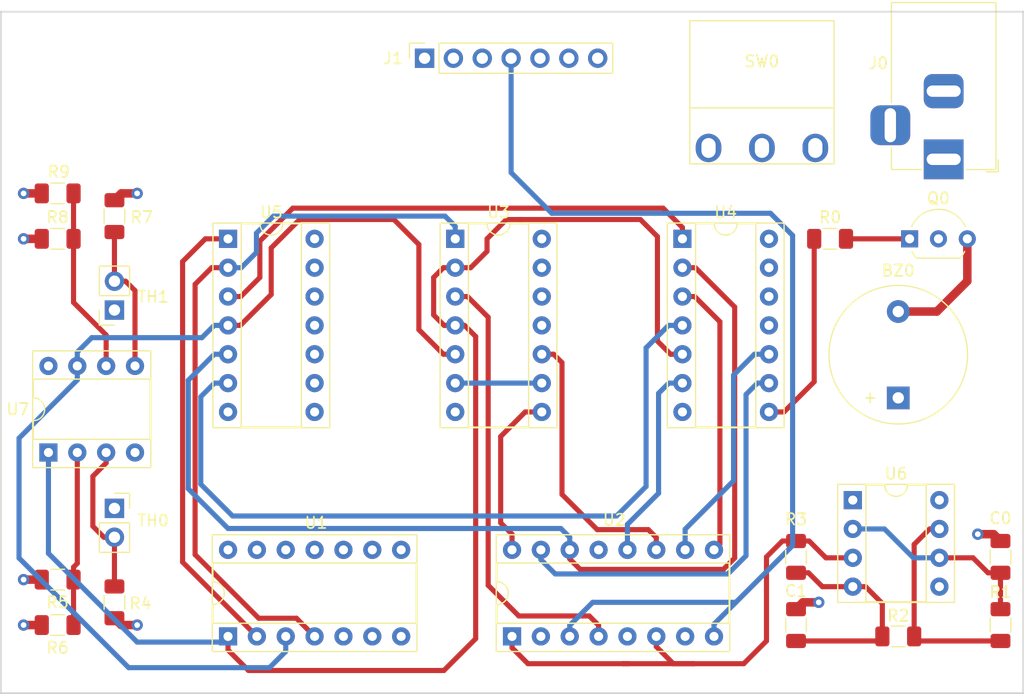
<source format=kicad_pcb>
(kicad_pcb (version 20171130) (host pcbnew "(5.1.6)-1")

  (general
    (thickness 1.6)
    (drawings 4)
    (tracks 341)
    (zones 0)
    (modules 26)
    (nets 37)
  )

  (page A4)
  (layers
    (0 F.Cu signal)
    (1 GND power)
    (2 VCC power)
    (31 B.Cu signal)
    (32 B.Adhes user)
    (33 F.Adhes user)
    (34 B.Paste user)
    (35 F.Paste user)
    (36 B.SilkS user)
    (37 F.SilkS user)
    (38 B.Mask user)
    (39 F.Mask user)
    (40 Dwgs.User user)
    (41 Cmts.User user)
    (42 Eco1.User user)
    (43 Eco2.User user)
    (44 Edge.Cuts user)
    (45 Margin user)
    (46 B.CrtYd user)
    (47 F.CrtYd user)
    (48 B.Fab user)
    (49 F.Fab user hide)
  )

  (setup
    (last_trace_width 0.25)
    (user_trace_width 0.35)
    (user_trace_width 0.45)
    (user_trace_width 0.5)
    (user_trace_width 0.75)
    (trace_clearance 0.2)
    (zone_clearance 0.508)
    (zone_45_only no)
    (trace_min 0.2)
    (via_size 0.8)
    (via_drill 0.4)
    (via_min_size 0.4)
    (via_min_drill 0.3)
    (user_via 1 0.5)
    (uvia_size 0.3)
    (uvia_drill 0.1)
    (uvias_allowed no)
    (uvia_min_size 0.2)
    (uvia_min_drill 0.1)
    (edge_width 0.05)
    (segment_width 0.2)
    (pcb_text_width 0.3)
    (pcb_text_size 1.5 1.5)
    (mod_edge_width 0.12)
    (mod_text_size 1 1)
    (mod_text_width 0.15)
    (pad_size 1.524 1.524)
    (pad_drill 0.762)
    (pad_to_mask_clearance 0.05)
    (aux_axis_origin 0 0)
    (visible_elements 7FFFFFFF)
    (pcbplotparams
      (layerselection 0x010fc_ffffffff)
      (usegerberextensions false)
      (usegerberattributes true)
      (usegerberadvancedattributes true)
      (creategerberjobfile true)
      (excludeedgelayer true)
      (linewidth 0.100000)
      (plotframeref false)
      (viasonmask false)
      (mode 1)
      (useauxorigin false)
      (hpglpennumber 1)
      (hpglpenspeed 20)
      (hpglpendiameter 15.000000)
      (psnegative false)
      (psa4output false)
      (plotreference true)
      (plotvalue true)
      (plotinvisibletext false)
      (padsonsilk false)
      (subtractmaskfromsilk false)
      (outputformat 1)
      (mirror false)
      (drillshape 1)
      (scaleselection 1)
      (outputdirectory ""))
  )

  (net 0 "")
  (net 1 "Net-(BZ0-Pad2)")
  (net 2 VCC)
  (net 3 GND)
  (net 4 "Net-(C0-Pad1)")
  (net 5 "Net-(C1-Pad2)")
  (net 6 "Net-(J0-Pad1)")
  (net 7 "Net-(J1-Pad6)")
  (net 8 /RESET)
  (net 9 "Net-(J1-Pad3)")
  (net 10 "Net-(J1-Pad2)")
  (net 11 "Net-(J1-Pad1)")
  (net 12 "Net-(Q0-Pad1)")
  (net 13 /OUT)
  (net 14 "Net-(R1-Pad1)")
  (net 15 /CLK)
  (net 16 "Net-(R4-Pad1)")
  (net 17 "Net-(R5-Pad2)")
  (net 18 "Net-(R7-Pad1)")
  (net 19 "Net-(R8-Pad2)")
  (net 20 "Net-(U1-Pad4)")
  (net 21 /LED_B)
  (net 22 "Net-(U1-Pad2)")
  (net 23 /LED_A)
  (net 24 "Net-(U2-Pad16)")
  (net 25 /Q1)
  (net 26 /!Q1)
  (net 27 "Net-(U2-Pad12)")
  (net 28 "Net-(U2-Pad4)")
  (net 29 /Q0)
  (net 30 /!Q0)
  (net 31 "Net-(U2-Pad9)")
  (net 32 "Net-(U3-Pad6)")
  (net 33 "Net-(U4-Pad4)")
  (net 34 "Net-(U4-Pad1)")
  (net 35 "Net-(U6-Pad5)")
  (net 36 "Net-(SW0-Pad1)")

  (net_class Default "This is the default net class."
    (clearance 0.2)
    (trace_width 0.25)
    (via_dia 0.8)
    (via_drill 0.4)
    (uvia_dia 0.3)
    (uvia_drill 0.1)
    (add_net /!Q0)
    (add_net /!Q1)
    (add_net /CLK)
    (add_net /LED_A)
    (add_net /LED_B)
    (add_net /OUT)
    (add_net /Q0)
    (add_net /Q1)
    (add_net /RESET)
    (add_net GND)
    (add_net "Net-(BZ0-Pad2)")
    (add_net "Net-(C0-Pad1)")
    (add_net "Net-(C1-Pad2)")
    (add_net "Net-(J0-Pad1)")
    (add_net "Net-(J1-Pad1)")
    (add_net "Net-(J1-Pad2)")
    (add_net "Net-(J1-Pad3)")
    (add_net "Net-(J1-Pad6)")
    (add_net "Net-(Q0-Pad1)")
    (add_net "Net-(R1-Pad1)")
    (add_net "Net-(R4-Pad1)")
    (add_net "Net-(R5-Pad2)")
    (add_net "Net-(R7-Pad1)")
    (add_net "Net-(R8-Pad2)")
    (add_net "Net-(SW0-Pad1)")
    (add_net "Net-(U1-Pad2)")
    (add_net "Net-(U1-Pad4)")
    (add_net "Net-(U2-Pad12)")
    (add_net "Net-(U2-Pad16)")
    (add_net "Net-(U2-Pad4)")
    (add_net "Net-(U2-Pad9)")
    (add_net "Net-(U3-Pad6)")
    (add_net "Net-(U4-Pad1)")
    (add_net "Net-(U4-Pad4)")
    (add_net "Net-(U6-Pad5)")
    (add_net VCC)
  )

  (module Package_DIP:DIP-14_W7.62mm_Socket (layer F.Cu) (tedit 5A02E8C5) (tstamp 615E2BD3)
    (at 60 70)
    (descr "14-lead though-hole mounted DIP package, row spacing 7.62 mm (300 mils), Socket")
    (tags "THT DIP DIL PDIP 2.54mm 7.62mm 300mil Socket")
    (path /615DF29E)
    (fp_text reference U5 (at 3.81 -2.33) (layer F.SilkS)
      (effects (font (size 1 1) (thickness 0.15)))
    )
    (fp_text value 74LS32 (at 3.81 17.57) (layer F.Fab)
      (effects (font (size 1 1) (thickness 0.15)))
    )
    (fp_line (start 1.635 -1.27) (end 6.985 -1.27) (layer F.Fab) (width 0.1))
    (fp_line (start 6.985 -1.27) (end 6.985 16.51) (layer F.Fab) (width 0.1))
    (fp_line (start 6.985 16.51) (end 0.635 16.51) (layer F.Fab) (width 0.1))
    (fp_line (start 0.635 16.51) (end 0.635 -0.27) (layer F.Fab) (width 0.1))
    (fp_line (start 0.635 -0.27) (end 1.635 -1.27) (layer F.Fab) (width 0.1))
    (fp_line (start -1.27 -1.33) (end -1.27 16.57) (layer F.Fab) (width 0.1))
    (fp_line (start -1.27 16.57) (end 8.89 16.57) (layer F.Fab) (width 0.1))
    (fp_line (start 8.89 16.57) (end 8.89 -1.33) (layer F.Fab) (width 0.1))
    (fp_line (start 8.89 -1.33) (end -1.27 -1.33) (layer F.Fab) (width 0.1))
    (fp_line (start 2.81 -1.33) (end 1.16 -1.33) (layer F.SilkS) (width 0.12))
    (fp_line (start 1.16 -1.33) (end 1.16 16.57) (layer F.SilkS) (width 0.12))
    (fp_line (start 1.16 16.57) (end 6.46 16.57) (layer F.SilkS) (width 0.12))
    (fp_line (start 6.46 16.57) (end 6.46 -1.33) (layer F.SilkS) (width 0.12))
    (fp_line (start 6.46 -1.33) (end 4.81 -1.33) (layer F.SilkS) (width 0.12))
    (fp_line (start -1.33 -1.39) (end -1.33 16.63) (layer F.SilkS) (width 0.12))
    (fp_line (start -1.33 16.63) (end 8.95 16.63) (layer F.SilkS) (width 0.12))
    (fp_line (start 8.95 16.63) (end 8.95 -1.39) (layer F.SilkS) (width 0.12))
    (fp_line (start 8.95 -1.39) (end -1.33 -1.39) (layer F.SilkS) (width 0.12))
    (fp_line (start -1.55 -1.6) (end -1.55 16.85) (layer F.CrtYd) (width 0.05))
    (fp_line (start -1.55 16.85) (end 9.15 16.85) (layer F.CrtYd) (width 0.05))
    (fp_line (start 9.15 16.85) (end 9.15 -1.6) (layer F.CrtYd) (width 0.05))
    (fp_line (start 9.15 -1.6) (end -1.55 -1.6) (layer F.CrtYd) (width 0.05))
    (fp_text user %R (at 3.81 7.62) (layer F.Fab)
      (effects (font (size 1 1) (thickness 0.15)))
    )
    (fp_arc (start 3.81 -1.33) (end 2.81 -1.33) (angle -180) (layer F.SilkS) (width 0.12))
    (pad 14 thru_hole oval (at 7.62 0) (size 1.6 1.6) (drill 0.8) (layers *.Cu *.Mask)
      (net 2 VCC))
    (pad 7 thru_hole oval (at 0 15.24) (size 1.6 1.6) (drill 0.8) (layers *.Cu *.Mask)
      (net 3 GND))
    (pad 13 thru_hole oval (at 7.62 2.54) (size 1.6 1.6) (drill 0.8) (layers *.Cu *.Mask))
    (pad 6 thru_hole oval (at 0 12.7) (size 1.6 1.6) (drill 0.8) (layers *.Cu *.Mask)
      (net 33 "Net-(U4-Pad4)"))
    (pad 12 thru_hole oval (at 7.62 5.08) (size 1.6 1.6) (drill 0.8) (layers *.Cu *.Mask))
    (pad 5 thru_hole oval (at 0 10.16) (size 1.6 1.6) (drill 0.8) (layers *.Cu *.Mask)
      (net 26 /!Q1))
    (pad 11 thru_hole oval (at 7.62 7.62) (size 1.6 1.6) (drill 0.8) (layers *.Cu *.Mask))
    (pad 4 thru_hole oval (at 0 7.62) (size 1.6 1.6) (drill 0.8) (layers *.Cu *.Mask)
      (net 21 /LED_B))
    (pad 10 thru_hole oval (at 7.62 10.16) (size 1.6 1.6) (drill 0.8) (layers *.Cu *.Mask))
    (pad 3 thru_hole oval (at 0 5.08) (size 1.6 1.6) (drill 0.8) (layers *.Cu *.Mask)
      (net 34 "Net-(U4-Pad1)"))
    (pad 9 thru_hole oval (at 7.62 12.7) (size 1.6 1.6) (drill 0.8) (layers *.Cu *.Mask))
    (pad 2 thru_hole oval (at 0 2.54) (size 1.6 1.6) (drill 0.8) (layers *.Cu *.Mask)
      (net 20 "Net-(U1-Pad4)"))
    (pad 8 thru_hole oval (at 7.62 15.24) (size 1.6 1.6) (drill 0.8) (layers *.Cu *.Mask))
    (pad 1 thru_hole rect (at 0 0) (size 1.6 1.6) (drill 0.8) (layers *.Cu *.Mask)
      (net 22 "Net-(U1-Pad2)"))
    (model ${KISYS3DMOD}/Package_DIP.3dshapes/DIP-14_W7.62mm_Socket.wrl
      (at (xyz 0 0 0))
      (scale (xyz 1 1 1))
      (rotate (xyz 0 0 0))
    )
  )

  (module Package_DIP:DIP-14_W7.62mm_Socket (layer F.Cu) (tedit 5A02E8C5) (tstamp 615E2BA7)
    (at 100 70)
    (descr "14-lead though-hole mounted DIP package, row spacing 7.62 mm (300 mils), Socket")
    (tags "THT DIP DIL PDIP 2.54mm 7.62mm 300mil Socket")
    (path /615D12EB)
    (fp_text reference U4 (at 3.81 -2.33) (layer F.SilkS)
      (effects (font (size 1 1) (thickness 0.15)))
    )
    (fp_text value 74LS08 (at 3.81 17.57) (layer F.Fab)
      (effects (font (size 1 1) (thickness 0.15)))
    )
    (fp_line (start 1.635 -1.27) (end 6.985 -1.27) (layer F.Fab) (width 0.1))
    (fp_line (start 6.985 -1.27) (end 6.985 16.51) (layer F.Fab) (width 0.1))
    (fp_line (start 6.985 16.51) (end 0.635 16.51) (layer F.Fab) (width 0.1))
    (fp_line (start 0.635 16.51) (end 0.635 -0.27) (layer F.Fab) (width 0.1))
    (fp_line (start 0.635 -0.27) (end 1.635 -1.27) (layer F.Fab) (width 0.1))
    (fp_line (start -1.27 -1.33) (end -1.27 16.57) (layer F.Fab) (width 0.1))
    (fp_line (start -1.27 16.57) (end 8.89 16.57) (layer F.Fab) (width 0.1))
    (fp_line (start 8.89 16.57) (end 8.89 -1.33) (layer F.Fab) (width 0.1))
    (fp_line (start 8.89 -1.33) (end -1.27 -1.33) (layer F.Fab) (width 0.1))
    (fp_line (start 2.81 -1.33) (end 1.16 -1.33) (layer F.SilkS) (width 0.12))
    (fp_line (start 1.16 -1.33) (end 1.16 16.57) (layer F.SilkS) (width 0.12))
    (fp_line (start 1.16 16.57) (end 6.46 16.57) (layer F.SilkS) (width 0.12))
    (fp_line (start 6.46 16.57) (end 6.46 -1.33) (layer F.SilkS) (width 0.12))
    (fp_line (start 6.46 -1.33) (end 4.81 -1.33) (layer F.SilkS) (width 0.12))
    (fp_line (start -1.33 -1.39) (end -1.33 16.63) (layer F.SilkS) (width 0.12))
    (fp_line (start -1.33 16.63) (end 8.95 16.63) (layer F.SilkS) (width 0.12))
    (fp_line (start 8.95 16.63) (end 8.95 -1.39) (layer F.SilkS) (width 0.12))
    (fp_line (start 8.95 -1.39) (end -1.33 -1.39) (layer F.SilkS) (width 0.12))
    (fp_line (start -1.55 -1.6) (end -1.55 16.85) (layer F.CrtYd) (width 0.05))
    (fp_line (start -1.55 16.85) (end 9.15 16.85) (layer F.CrtYd) (width 0.05))
    (fp_line (start 9.15 16.85) (end 9.15 -1.6) (layer F.CrtYd) (width 0.05))
    (fp_line (start 9.15 -1.6) (end -1.55 -1.6) (layer F.CrtYd) (width 0.05))
    (fp_text user %R (at 3.81 7.62) (layer F.Fab)
      (effects (font (size 1 1) (thickness 0.15)))
    )
    (fp_arc (start 3.81 -1.33) (end 2.81 -1.33) (angle -180) (layer F.SilkS) (width 0.12))
    (pad 14 thru_hole oval (at 7.62 0) (size 1.6 1.6) (drill 0.8) (layers *.Cu *.Mask)
      (net 2 VCC))
    (pad 7 thru_hole oval (at 0 15.24) (size 1.6 1.6) (drill 0.8) (layers *.Cu *.Mask)
      (net 3 GND))
    (pad 13 thru_hole oval (at 7.62 2.54) (size 1.6 1.6) (drill 0.8) (layers *.Cu *.Mask))
    (pad 6 thru_hole oval (at 0 12.7) (size 1.6 1.6) (drill 0.8) (layers *.Cu *.Mask)
      (net 27 "Net-(U2-Pad12)"))
    (pad 12 thru_hole oval (at 7.62 5.08) (size 1.6 1.6) (drill 0.8) (layers *.Cu *.Mask))
    (pad 5 thru_hole oval (at 0 10.16) (size 1.6 1.6) (drill 0.8) (layers *.Cu *.Mask)
      (net 23 /LED_A))
    (pad 11 thru_hole oval (at 7.62 7.62) (size 1.6 1.6) (drill 0.8) (layers *.Cu *.Mask))
    (pad 4 thru_hole oval (at 0 7.62) (size 1.6 1.6) (drill 0.8) (layers *.Cu *.Mask)
      (net 33 "Net-(U4-Pad4)"))
    (pad 10 thru_hole oval (at 7.62 10.16) (size 1.6 1.6) (drill 0.8) (layers *.Cu *.Mask)
      (net 30 /!Q0))
    (pad 3 thru_hole oval (at 0 5.08) (size 1.6 1.6) (drill 0.8) (layers *.Cu *.Mask)
      (net 31 "Net-(U2-Pad9)"))
    (pad 9 thru_hole oval (at 7.62 12.7) (size 1.6 1.6) (drill 0.8) (layers *.Cu *.Mask)
      (net 25 /Q1))
    (pad 2 thru_hole oval (at 0 2.54) (size 1.6 1.6) (drill 0.8) (layers *.Cu *.Mask)
      (net 26 /!Q1))
    (pad 8 thru_hole oval (at 7.62 15.24) (size 1.6 1.6) (drill 0.8) (layers *.Cu *.Mask)
      (net 13 /OUT))
    (pad 1 thru_hole rect (at 0 0) (size 1.6 1.6) (drill 0.8) (layers *.Cu *.Mask)
      (net 34 "Net-(U4-Pad1)"))
    (model ${KISYS3DMOD}/Package_DIP.3dshapes/DIP-14_W7.62mm_Socket.wrl
      (at (xyz 0 0 0))
      (scale (xyz 1 1 1))
      (rotate (xyz 0 0 0))
    )
  )

  (module Package_DIP:DIP-14_W7.62mm_Socket (layer F.Cu) (tedit 5A02E8C5) (tstamp 615E2B7B)
    (at 80 70)
    (descr "14-lead though-hole mounted DIP package, row spacing 7.62 mm (300 mils), Socket")
    (tags "THT DIP DIL PDIP 2.54mm 7.62mm 300mil Socket")
    (path /615D5E67)
    (fp_text reference U3 (at 3.81 -2.33) (layer F.SilkS)
      (effects (font (size 1 1) (thickness 0.15)))
    )
    (fp_text value 74LS08 (at 3.81 17.57) (layer F.Fab)
      (effects (font (size 1 1) (thickness 0.15)))
    )
    (fp_line (start 1.635 -1.27) (end 6.985 -1.27) (layer F.Fab) (width 0.1))
    (fp_line (start 6.985 -1.27) (end 6.985 16.51) (layer F.Fab) (width 0.1))
    (fp_line (start 6.985 16.51) (end 0.635 16.51) (layer F.Fab) (width 0.1))
    (fp_line (start 0.635 16.51) (end 0.635 -0.27) (layer F.Fab) (width 0.1))
    (fp_line (start 0.635 -0.27) (end 1.635 -1.27) (layer F.Fab) (width 0.1))
    (fp_line (start -1.27 -1.33) (end -1.27 16.57) (layer F.Fab) (width 0.1))
    (fp_line (start -1.27 16.57) (end 8.89 16.57) (layer F.Fab) (width 0.1))
    (fp_line (start 8.89 16.57) (end 8.89 -1.33) (layer F.Fab) (width 0.1))
    (fp_line (start 8.89 -1.33) (end -1.27 -1.33) (layer F.Fab) (width 0.1))
    (fp_line (start 2.81 -1.33) (end 1.16 -1.33) (layer F.SilkS) (width 0.12))
    (fp_line (start 1.16 -1.33) (end 1.16 16.57) (layer F.SilkS) (width 0.12))
    (fp_line (start 1.16 16.57) (end 6.46 16.57) (layer F.SilkS) (width 0.12))
    (fp_line (start 6.46 16.57) (end 6.46 -1.33) (layer F.SilkS) (width 0.12))
    (fp_line (start 6.46 -1.33) (end 4.81 -1.33) (layer F.SilkS) (width 0.12))
    (fp_line (start -1.33 -1.39) (end -1.33 16.63) (layer F.SilkS) (width 0.12))
    (fp_line (start -1.33 16.63) (end 8.95 16.63) (layer F.SilkS) (width 0.12))
    (fp_line (start 8.95 16.63) (end 8.95 -1.39) (layer F.SilkS) (width 0.12))
    (fp_line (start 8.95 -1.39) (end -1.33 -1.39) (layer F.SilkS) (width 0.12))
    (fp_line (start -1.55 -1.6) (end -1.55 16.85) (layer F.CrtYd) (width 0.05))
    (fp_line (start -1.55 16.85) (end 9.15 16.85) (layer F.CrtYd) (width 0.05))
    (fp_line (start 9.15 16.85) (end 9.15 -1.6) (layer F.CrtYd) (width 0.05))
    (fp_line (start 9.15 -1.6) (end -1.55 -1.6) (layer F.CrtYd) (width 0.05))
    (fp_text user %R (at 3.81 7.62) (layer F.Fab)
      (effects (font (size 1 1) (thickness 0.15)))
    )
    (fp_arc (start 3.81 -1.33) (end 2.81 -1.33) (angle -180) (layer F.SilkS) (width 0.12))
    (pad 14 thru_hole oval (at 7.62 0) (size 1.6 1.6) (drill 0.8) (layers *.Cu *.Mask)
      (net 2 VCC))
    (pad 7 thru_hole oval (at 0 15.24) (size 1.6 1.6) (drill 0.8) (layers *.Cu *.Mask)
      (net 3 GND))
    (pad 13 thru_hole oval (at 7.62 2.54) (size 1.6 1.6) (drill 0.8) (layers *.Cu *.Mask))
    (pad 6 thru_hole oval (at 0 12.7) (size 1.6 1.6) (drill 0.8) (layers *.Cu *.Mask)
      (net 32 "Net-(U3-Pad6)"))
    (pad 12 thru_hole oval (at 7.62 5.08) (size 1.6 1.6) (drill 0.8) (layers *.Cu *.Mask))
    (pad 5 thru_hole oval (at 0 10.16) (size 1.6 1.6) (drill 0.8) (layers *.Cu *.Mask)
      (net 21 /LED_B))
    (pad 11 thru_hole oval (at 7.62 7.62) (size 1.6 1.6) (drill 0.8) (layers *.Cu *.Mask))
    (pad 4 thru_hole oval (at 0 7.62) (size 1.6 1.6) (drill 0.8) (layers *.Cu *.Mask)
      (net 23 /LED_A))
    (pad 10 thru_hole oval (at 7.62 10.16) (size 1.6 1.6) (drill 0.8) (layers *.Cu *.Mask)
      (net 29 /Q0))
    (pad 3 thru_hole oval (at 0 5.08) (size 1.6 1.6) (drill 0.8) (layers *.Cu *.Mask)
      (net 28 "Net-(U2-Pad4)"))
    (pad 9 thru_hole oval (at 7.62 12.7) (size 1.6 1.6) (drill 0.8) (layers *.Cu *.Mask)
      (net 32 "Net-(U3-Pad6)"))
    (pad 2 thru_hole oval (at 0 2.54) (size 1.6 1.6) (drill 0.8) (layers *.Cu *.Mask)
      (net 23 /LED_A))
    (pad 8 thru_hole oval (at 7.62 15.24) (size 1.6 1.6) (drill 0.8) (layers *.Cu *.Mask)
      (net 24 "Net-(U2-Pad16)"))
    (pad 1 thru_hole rect (at 0 0) (size 1.6 1.6) (drill 0.8) (layers *.Cu *.Mask)
      (net 20 "Net-(U1-Pad4)"))
    (model ${KISYS3DMOD}/Package_DIP.3dshapes/DIP-14_W7.62mm_Socket.wrl
      (at (xyz 0 0 0))
      (scale (xyz 1 1 1))
      (rotate (xyz 0 0 0))
    )
  )

  (module Package_DIP:DIP-14_W7.62mm_Socket (layer F.Cu) (tedit 5A02E8C5) (tstamp 615E2B23)
    (at 60 105 90)
    (descr "14-lead though-hole mounted DIP package, row spacing 7.62 mm (300 mils), Socket")
    (tags "THT DIP DIL PDIP 2.54mm 7.62mm 300mil Socket")
    (path /615C9483)
    (fp_text reference U1 (at 10 7.75 180) (layer F.SilkS)
      (effects (font (size 1 1) (thickness 0.15)))
    )
    (fp_text value 74LS04 (at 3.81 17.57 90) (layer F.Fab)
      (effects (font (size 1 1) (thickness 0.15)))
    )
    (fp_line (start 1.635 -1.27) (end 6.985 -1.27) (layer F.Fab) (width 0.1))
    (fp_line (start 6.985 -1.27) (end 6.985 16.51) (layer F.Fab) (width 0.1))
    (fp_line (start 6.985 16.51) (end 0.635 16.51) (layer F.Fab) (width 0.1))
    (fp_line (start 0.635 16.51) (end 0.635 -0.27) (layer F.Fab) (width 0.1))
    (fp_line (start 0.635 -0.27) (end 1.635 -1.27) (layer F.Fab) (width 0.1))
    (fp_line (start -1.27 -1.33) (end -1.27 16.57) (layer F.Fab) (width 0.1))
    (fp_line (start -1.27 16.57) (end 8.89 16.57) (layer F.Fab) (width 0.1))
    (fp_line (start 8.89 16.57) (end 8.89 -1.33) (layer F.Fab) (width 0.1))
    (fp_line (start 8.89 -1.33) (end -1.27 -1.33) (layer F.Fab) (width 0.1))
    (fp_line (start 2.81 -1.33) (end 1.16 -1.33) (layer F.SilkS) (width 0.12))
    (fp_line (start 1.16 -1.33) (end 1.16 16.57) (layer F.SilkS) (width 0.12))
    (fp_line (start 1.16 16.57) (end 6.46 16.57) (layer F.SilkS) (width 0.12))
    (fp_line (start 6.46 16.57) (end 6.46 -1.33) (layer F.SilkS) (width 0.12))
    (fp_line (start 6.46 -1.33) (end 4.81 -1.33) (layer F.SilkS) (width 0.12))
    (fp_line (start -1.33 -1.39) (end -1.33 16.63) (layer F.SilkS) (width 0.12))
    (fp_line (start -1.33 16.63) (end 8.95 16.63) (layer F.SilkS) (width 0.12))
    (fp_line (start 8.95 16.63) (end 8.95 -1.39) (layer F.SilkS) (width 0.12))
    (fp_line (start 8.95 -1.39) (end -1.33 -1.39) (layer F.SilkS) (width 0.12))
    (fp_line (start -1.55 -1.6) (end -1.55 16.85) (layer F.CrtYd) (width 0.05))
    (fp_line (start -1.55 16.85) (end 9.15 16.85) (layer F.CrtYd) (width 0.05))
    (fp_line (start 9.15 16.85) (end 9.15 -1.6) (layer F.CrtYd) (width 0.05))
    (fp_line (start 9.15 -1.6) (end -1.55 -1.6) (layer F.CrtYd) (width 0.05))
    (fp_text user %R (at 3.81 7.62 90) (layer F.Fab)
      (effects (font (size 1 1) (thickness 0.15)))
    )
    (fp_arc (start 3.81 -1.33) (end 2.81 -1.33) (angle -180) (layer F.SilkS) (width 0.12))
    (pad 14 thru_hole oval (at 7.62 0 90) (size 1.6 1.6) (drill 0.8) (layers *.Cu *.Mask)
      (net 2 VCC))
    (pad 7 thru_hole oval (at 0 15.24 90) (size 1.6 1.6) (drill 0.8) (layers *.Cu *.Mask)
      (net 3 GND))
    (pad 13 thru_hole oval (at 7.62 2.54 90) (size 1.6 1.6) (drill 0.8) (layers *.Cu *.Mask))
    (pad 6 thru_hole oval (at 0 12.7 90) (size 1.6 1.6) (drill 0.8) (layers *.Cu *.Mask))
    (pad 12 thru_hole oval (at 7.62 5.08 90) (size 1.6 1.6) (drill 0.8) (layers *.Cu *.Mask))
    (pad 5 thru_hole oval (at 0 10.16 90) (size 1.6 1.6) (drill 0.8) (layers *.Cu *.Mask))
    (pad 11 thru_hole oval (at 7.62 7.62 90) (size 1.6 1.6) (drill 0.8) (layers *.Cu *.Mask))
    (pad 4 thru_hole oval (at 0 7.62 90) (size 1.6 1.6) (drill 0.8) (layers *.Cu *.Mask)
      (net 20 "Net-(U1-Pad4)"))
    (pad 10 thru_hole oval (at 7.62 10.16 90) (size 1.6 1.6) (drill 0.8) (layers *.Cu *.Mask))
    (pad 3 thru_hole oval (at 0 5.08 90) (size 1.6 1.6) (drill 0.8) (layers *.Cu *.Mask)
      (net 21 /LED_B))
    (pad 9 thru_hole oval (at 7.62 12.7 90) (size 1.6 1.6) (drill 0.8) (layers *.Cu *.Mask))
    (pad 2 thru_hole oval (at 0 2.54 90) (size 1.6 1.6) (drill 0.8) (layers *.Cu *.Mask)
      (net 22 "Net-(U1-Pad2)"))
    (pad 8 thru_hole oval (at 7.62 15.24 90) (size 1.6 1.6) (drill 0.8) (layers *.Cu *.Mask))
    (pad 1 thru_hole rect (at 0 0 90) (size 1.6 1.6) (drill 0.8) (layers *.Cu *.Mask)
      (net 23 /LED_A))
    (model ${KISYS3DMOD}/Package_DIP.3dshapes/DIP-14_W7.62mm_Socket.wrl
      (at (xyz 0 0 0))
      (scale (xyz 1 1 1))
      (rotate (xyz 0 0 0))
    )
  )

  (module Package_DIP:DIP-8_W7.62mm_Socket (layer F.Cu) (tedit 615DD575) (tstamp 615E2C1B)
    (at 48 85 90)
    (descr "8-lead though-hole mounted DIP package, row spacing 7.62 mm (300 mils), Socket")
    (tags "THT DIP DIL PDIP 2.54mm 7.62mm 300mil Socket")
    (path /616A513B)
    (fp_text reference U7 (at 0 -6.5 180) (layer F.SilkS)
      (effects (font (size 1 1) (thickness 0.15)))
    )
    (fp_text value LM358 (at 0 6.14 90) (layer F.Fab)
      (effects (font (size 1 1) (thickness 0.15)))
    )
    (fp_line (start -2.175 -5.08) (end 3.175 -5.08) (layer F.Fab) (width 0.1))
    (fp_line (start 3.175 -5.08) (end 3.175 5.08) (layer F.Fab) (width 0.1))
    (fp_line (start 3.175 5.08) (end -3.175 5.08) (layer F.Fab) (width 0.1))
    (fp_line (start -3.175 5.08) (end -3.175 -4.08) (layer F.Fab) (width 0.1))
    (fp_line (start -3.175 -4.08) (end -2.175 -5.08) (layer F.Fab) (width 0.1))
    (fp_line (start -5.08 -5.14) (end -5.08 5.14) (layer F.Fab) (width 0.1))
    (fp_line (start -5.08 5.14) (end 5.08 5.14) (layer F.Fab) (width 0.1))
    (fp_line (start 5.08 5.14) (end 5.08 -5.14) (layer F.Fab) (width 0.1))
    (fp_line (start 5.08 -5.14) (end -5.08 -5.14) (layer F.Fab) (width 0.1))
    (fp_line (start -1 -5.14) (end -2.65 -5.14) (layer F.SilkS) (width 0.12))
    (fp_line (start -2.65 -5.14) (end -2.65 5.14) (layer F.SilkS) (width 0.12))
    (fp_line (start -2.65 5.14) (end 2.65 5.14) (layer F.SilkS) (width 0.12))
    (fp_line (start 2.65 5.14) (end 2.65 -5.14) (layer F.SilkS) (width 0.12))
    (fp_line (start 2.65 -5.14) (end 1 -5.14) (layer F.SilkS) (width 0.12))
    (fp_line (start -5.14 -5.2) (end -5.14 5.2) (layer F.SilkS) (width 0.12))
    (fp_line (start -5.14 5.2) (end 5.14 5.2) (layer F.SilkS) (width 0.12))
    (fp_line (start 5.14 5.2) (end 5.14 -5.2) (layer F.SilkS) (width 0.12))
    (fp_line (start 5.14 -5.2) (end -5.14 -5.2) (layer F.SilkS) (width 0.12))
    (fp_line (start -5.36 -5.41) (end -5.36 5.39) (layer F.CrtYd) (width 0.05))
    (fp_line (start -5.36 5.39) (end 5.34 5.39) (layer F.CrtYd) (width 0.05))
    (fp_line (start 5.34 5.39) (end 5.34 -5.41) (layer F.CrtYd) (width 0.05))
    (fp_line (start 5.34 -5.41) (end -5.36 -5.41) (layer F.CrtYd) (width 0.05))
    (fp_text user %R (at 0 0 90) (layer F.Fab)
      (effects (font (size 1 1) (thickness 0.15)))
    )
    (fp_arc (start 0 -5.14) (end -1 -5.14) (angle -180) (layer F.SilkS) (width 0.12))
    (pad 8 thru_hole oval (at 3.81 -3.81 90) (size 1.6 1.6) (drill 0.8) (layers *.Cu *.Mask)
      (net 2 VCC))
    (pad 4 thru_hole oval (at -3.81 3.81 90) (size 1.6 1.6) (drill 0.8) (layers *.Cu *.Mask)
      (net 3 GND))
    (pad 7 thru_hole oval (at 3.81 -1.27 90) (size 1.6 1.6) (drill 0.8) (layers *.Cu *.Mask)
      (net 21 /LED_B))
    (pad 3 thru_hole oval (at -3.81 1.27 90) (size 1.6 1.6) (drill 0.8) (layers *.Cu *.Mask)
      (net 16 "Net-(R4-Pad1)"))
    (pad 6 thru_hole oval (at 3.81 1.27 90) (size 1.6 1.6) (drill 0.8) (layers *.Cu *.Mask)
      (net 19 "Net-(R8-Pad2)"))
    (pad 2 thru_hole oval (at -3.81 -1.27 90) (size 1.6 1.6) (drill 0.8) (layers *.Cu *.Mask)
      (net 17 "Net-(R5-Pad2)"))
    (pad 5 thru_hole oval (at 3.81 3.81 90) (size 1.6 1.6) (drill 0.8) (layers *.Cu *.Mask)
      (net 18 "Net-(R7-Pad1)"))
    (pad 1 thru_hole rect (at -3.81 -3.81 90) (size 1.6 1.6) (drill 0.8) (layers *.Cu *.Mask)
      (net 23 /LED_A))
    (model ${KISYS3DMOD}/Package_DIP.3dshapes/DIP-8_W7.62mm_Socket.wrl
      (offset (xyz -3.71 3.71 0))
      (scale (xyz 1 1 1))
      (rotate (xyz 0 0 0))
    )
  )

  (module Connector_PinSocket_2.54mm:PinSocket_1x02_P2.54mm_Vertical (layer F.Cu) (tedit 615DD53A) (tstamp 615E2AF7)
    (at 50 75 180)
    (descr "Through hole straight socket strip, 1x02, 2.54mm pitch, single row (from Kicad 4.0.7), script generated")
    (tags "Through hole socket strip THT 1x02 2.54mm single row")
    (path /616BF3B0)
    (fp_text reference TH1 (at -3.4 -0.1) (layer F.SilkS)
      (effects (font (size 1 1) (thickness 0.15)))
    )
    (fp_text value Thermistor (at 0 4.04) (layer F.Fab)
      (effects (font (size 1 1) (thickness 0.15)))
    )
    (fp_line (start -1.27 -2.54) (end 0.635 -2.54) (layer F.Fab) (width 0.1))
    (fp_line (start 0.635 -2.54) (end 1.27 -1.905) (layer F.Fab) (width 0.1))
    (fp_line (start 1.27 -1.905) (end 1.27 2.54) (layer F.Fab) (width 0.1))
    (fp_line (start 1.27 2.54) (end -1.27 2.54) (layer F.Fab) (width 0.1))
    (fp_line (start -1.27 2.54) (end -1.27 -2.54) (layer F.Fab) (width 0.1))
    (fp_line (start -1.33 0) (end 1.33 0) (layer F.SilkS) (width 0.12))
    (fp_line (start -1.33 0) (end -1.33 2.6) (layer F.SilkS) (width 0.12))
    (fp_line (start -1.33 2.6) (end 1.33 2.6) (layer F.SilkS) (width 0.12))
    (fp_line (start 1.33 0) (end 1.33 2.6) (layer F.SilkS) (width 0.12))
    (fp_line (start 1.33 -2.6) (end 1.33 -1.27) (layer F.SilkS) (width 0.12))
    (fp_line (start 0 -2.6) (end 1.33 -2.6) (layer F.SilkS) (width 0.12))
    (fp_line (start -1.8 -3.07) (end 1.75 -3.07) (layer F.CrtYd) (width 0.05))
    (fp_line (start 1.75 -3.07) (end 1.75 3.03) (layer F.CrtYd) (width 0.05))
    (fp_line (start 1.75 3.03) (end -1.8 3.03) (layer F.CrtYd) (width 0.05))
    (fp_line (start -1.8 3.03) (end -1.8 -3.07) (layer F.CrtYd) (width 0.05))
    (fp_text user %R (at 0 0 90) (layer F.Fab)
      (effects (font (size 1 1) (thickness 0.15)))
    )
    (pad 2 thru_hole oval (at 0 1.27 180) (size 1.7 1.7) (drill 1) (layers *.Cu *.Mask)
      (net 18 "Net-(R7-Pad1)"))
    (pad 1 thru_hole rect (at 0 -1.27 180) (size 1.7 1.7) (drill 1) (layers *.Cu *.Mask)
      (net 2 VCC))
  )

  (module Connector_PinSocket_2.54mm:PinSocket_1x02_P2.54mm_Vertical (layer F.Cu) (tedit 615DD51C) (tstamp 615E2AE1)
    (at 50 95)
    (descr "Through hole straight socket strip, 1x02, 2.54mm pitch, single row (from Kicad 4.0.7), script generated")
    (tags "Through hole socket strip THT 1x02 2.54mm single row")
    (path /616B2B22)
    (fp_text reference TH0 (at 3.4 -0.2) (layer F.SilkS)
      (effects (font (size 1 1) (thickness 0.15)))
    )
    (fp_text value Thermistor (at 0 5.31) (layer F.Fab)
      (effects (font (size 1 1) (thickness 0.15)))
    )
    (fp_line (start -1.27 -1.27) (end 0.635 -1.27) (layer F.Fab) (width 0.1))
    (fp_line (start 0.635 -1.27) (end 1.27 -0.635) (layer F.Fab) (width 0.1))
    (fp_line (start 1.27 -0.635) (end 1.27 3.81) (layer F.Fab) (width 0.1))
    (fp_line (start 1.27 3.81) (end -1.27 3.81) (layer F.Fab) (width 0.1))
    (fp_line (start -1.27 3.81) (end -1.27 -1.27) (layer F.Fab) (width 0.1))
    (fp_line (start -1.33 0) (end 1.33 0) (layer F.SilkS) (width 0.12))
    (fp_line (start -1.33 0) (end -1.33 2.6) (layer F.SilkS) (width 0.12))
    (fp_line (start -1.33 2.6) (end 1.33 2.6) (layer F.SilkS) (width 0.12))
    (fp_line (start 1.33 0) (end 1.33 2.6) (layer F.SilkS) (width 0.12))
    (fp_line (start 1.33 -2.6) (end 1.33 -1.27) (layer F.SilkS) (width 0.12))
    (fp_line (start 0 -2.6) (end 1.33 -2.6) (layer F.SilkS) (width 0.12))
    (fp_line (start -1.8 -3.07) (end 1.75 -3.07) (layer F.CrtYd) (width 0.05))
    (fp_line (start 1.75 -3.07) (end 1.75 3.03) (layer F.CrtYd) (width 0.05))
    (fp_line (start 1.75 3.03) (end -1.8 3.03) (layer F.CrtYd) (width 0.05))
    (fp_line (start -1.8 3.03) (end -1.8 -3.07) (layer F.CrtYd) (width 0.05))
    (fp_text user %R (at 0 1.27 90) (layer F.Fab)
      (effects (font (size 1 1) (thickness 0.15)))
    )
    (pad 2 thru_hole oval (at 0 1.27) (size 1.7 1.7) (drill 1) (layers *.Cu *.Mask)
      (net 16 "Net-(R4-Pad1)"))
    (pad 1 thru_hole rect (at 0 -1.27) (size 1.7 1.7) (drill 1) (layers *.Cu *.Mask)
      (net 2 VCC))
  )

  (module Connector_PinSocket_2.54mm:PinSocket_1x07_P2.54mm_Vertical (layer F.Cu) (tedit 5A19A433) (tstamp 615E2A01)
    (at 77.3 54.1 90)
    (descr "Through hole straight socket strip, 1x07, 2.54mm pitch, single row (from Kicad 4.0.7), script generated")
    (tags "Through hole socket strip THT 1x07 2.54mm single row")
    (path /615E1654)
    (fp_text reference J1 (at 0 -2.77 180) (layer F.SilkS)
      (effects (font (size 1 1) (thickness 0.15)))
    )
    (fp_text value 2272-T4 (at 0 18.01 90) (layer F.Fab)
      (effects (font (size 1 1) (thickness 0.15)))
    )
    (fp_line (start -1.27 -1.27) (end 0.635 -1.27) (layer F.Fab) (width 0.1))
    (fp_line (start 0.635 -1.27) (end 1.27 -0.635) (layer F.Fab) (width 0.1))
    (fp_line (start 1.27 -0.635) (end 1.27 16.51) (layer F.Fab) (width 0.1))
    (fp_line (start 1.27 16.51) (end -1.27 16.51) (layer F.Fab) (width 0.1))
    (fp_line (start -1.27 16.51) (end -1.27 -1.27) (layer F.Fab) (width 0.1))
    (fp_line (start -1.33 1.27) (end 1.33 1.27) (layer F.SilkS) (width 0.12))
    (fp_line (start -1.33 1.27) (end -1.33 16.57) (layer F.SilkS) (width 0.12))
    (fp_line (start -1.33 16.57) (end 1.33 16.57) (layer F.SilkS) (width 0.12))
    (fp_line (start 1.33 1.27) (end 1.33 16.57) (layer F.SilkS) (width 0.12))
    (fp_line (start 1.33 -1.33) (end 1.33 0) (layer F.SilkS) (width 0.12))
    (fp_line (start 0 -1.33) (end 1.33 -1.33) (layer F.SilkS) (width 0.12))
    (fp_line (start -1.8 -1.8) (end 1.75 -1.8) (layer F.CrtYd) (width 0.05))
    (fp_line (start 1.75 -1.8) (end 1.75 17) (layer F.CrtYd) (width 0.05))
    (fp_line (start 1.75 17) (end -1.8 17) (layer F.CrtYd) (width 0.05))
    (fp_line (start -1.8 17) (end -1.8 -1.8) (layer F.CrtYd) (width 0.05))
    (fp_text user %R (at 0 7.62) (layer F.Fab)
      (effects (font (size 1 1) (thickness 0.15)))
    )
    (pad 7 thru_hole oval (at 0 15.24 90) (size 1.7 1.7) (drill 1) (layers *.Cu *.Mask)
      (net 2 VCC))
    (pad 6 thru_hole oval (at 0 12.7 90) (size 1.7 1.7) (drill 1) (layers *.Cu *.Mask)
      (net 7 "Net-(J1-Pad6)"))
    (pad 5 thru_hole oval (at 0 10.16 90) (size 1.7 1.7) (drill 1) (layers *.Cu *.Mask)
      (net 3 GND))
    (pad 4 thru_hole oval (at 0 7.62 90) (size 1.7 1.7) (drill 1) (layers *.Cu *.Mask)
      (net 8 /RESET))
    (pad 3 thru_hole oval (at 0 5.08 90) (size 1.7 1.7) (drill 1) (layers *.Cu *.Mask)
      (net 9 "Net-(J1-Pad3)"))
    (pad 2 thru_hole oval (at 0 2.54 90) (size 1.7 1.7) (drill 1) (layers *.Cu *.Mask)
      (net 10 "Net-(J1-Pad2)"))
    (pad 1 thru_hole rect (at 0 0 90) (size 1.7 1.7) (drill 1) (layers *.Cu *.Mask)
      (net 11 "Net-(J1-Pad1)"))
    (model ${KISYS3DMOD}/Connector_PinSocket_2.54mm.3dshapes/PinSocket_1x07_P2.54mm_Vertical.wrl
      (at (xyz 0 0 0))
      (scale (xyz 1 1 1))
      (rotate (xyz 0 0 0))
    )
  )

  (module Package_DIP:DIP-8_W7.62mm_Socket (layer F.Cu) (tedit 5A02E8C5) (tstamp 615E2BF7)
    (at 115 93)
    (descr "8-lead though-hole mounted DIP package, row spacing 7.62 mm (300 mils), Socket")
    (tags "THT DIP DIL PDIP 2.54mm 7.62mm 300mil Socket")
    (path /615FF93C)
    (fp_text reference U6 (at 3.81 -2.33) (layer F.SilkS)
      (effects (font (size 1 1) (thickness 0.15)))
    )
    (fp_text value NE555D (at 3.81 9.95) (layer F.Fab)
      (effects (font (size 1 1) (thickness 0.15)))
    )
    (fp_line (start 1.635 -1.27) (end 6.985 -1.27) (layer F.Fab) (width 0.1))
    (fp_line (start 6.985 -1.27) (end 6.985 8.89) (layer F.Fab) (width 0.1))
    (fp_line (start 6.985 8.89) (end 0.635 8.89) (layer F.Fab) (width 0.1))
    (fp_line (start 0.635 8.89) (end 0.635 -0.27) (layer F.Fab) (width 0.1))
    (fp_line (start 0.635 -0.27) (end 1.635 -1.27) (layer F.Fab) (width 0.1))
    (fp_line (start -1.27 -1.33) (end -1.27 8.95) (layer F.Fab) (width 0.1))
    (fp_line (start -1.27 8.95) (end 8.89 8.95) (layer F.Fab) (width 0.1))
    (fp_line (start 8.89 8.95) (end 8.89 -1.33) (layer F.Fab) (width 0.1))
    (fp_line (start 8.89 -1.33) (end -1.27 -1.33) (layer F.Fab) (width 0.1))
    (fp_line (start 2.81 -1.33) (end 1.16 -1.33) (layer F.SilkS) (width 0.12))
    (fp_line (start 1.16 -1.33) (end 1.16 8.95) (layer F.SilkS) (width 0.12))
    (fp_line (start 1.16 8.95) (end 6.46 8.95) (layer F.SilkS) (width 0.12))
    (fp_line (start 6.46 8.95) (end 6.46 -1.33) (layer F.SilkS) (width 0.12))
    (fp_line (start 6.46 -1.33) (end 4.81 -1.33) (layer F.SilkS) (width 0.12))
    (fp_line (start -1.33 -1.39) (end -1.33 9.01) (layer F.SilkS) (width 0.12))
    (fp_line (start -1.33 9.01) (end 8.95 9.01) (layer F.SilkS) (width 0.12))
    (fp_line (start 8.95 9.01) (end 8.95 -1.39) (layer F.SilkS) (width 0.12))
    (fp_line (start 8.95 -1.39) (end -1.33 -1.39) (layer F.SilkS) (width 0.12))
    (fp_line (start -1.55 -1.6) (end -1.55 9.2) (layer F.CrtYd) (width 0.05))
    (fp_line (start -1.55 9.2) (end 9.15 9.2) (layer F.CrtYd) (width 0.05))
    (fp_line (start 9.15 9.2) (end 9.15 -1.6) (layer F.CrtYd) (width 0.05))
    (fp_line (start 9.15 -1.6) (end -1.55 -1.6) (layer F.CrtYd) (width 0.05))
    (fp_text user %R (at 3.81 3.81) (layer F.Fab)
      (effects (font (size 1 1) (thickness 0.15)))
    )
    (fp_arc (start 3.81 -1.33) (end 2.81 -1.33) (angle -180) (layer F.SilkS) (width 0.12))
    (pad 8 thru_hole oval (at 7.62 0) (size 1.6 1.6) (drill 0.8) (layers *.Cu *.Mask)
      (net 2 VCC))
    (pad 4 thru_hole oval (at 0 7.62) (size 1.6 1.6) (drill 0.8) (layers *.Cu *.Mask)
      (net 5 "Net-(C1-Pad2)"))
    (pad 7 thru_hole oval (at 7.62 2.54) (size 1.6 1.6) (drill 0.8) (layers *.Cu *.Mask)
      (net 14 "Net-(R1-Pad1)"))
    (pad 3 thru_hole oval (at 0 5.08) (size 1.6 1.6) (drill 0.8) (layers *.Cu *.Mask)
      (net 15 /CLK))
    (pad 6 thru_hole oval (at 7.62 5.08) (size 1.6 1.6) (drill 0.8) (layers *.Cu *.Mask)
      (net 4 "Net-(C0-Pad1)"))
    (pad 2 thru_hole oval (at 0 2.54) (size 1.6 1.6) (drill 0.8) (layers *.Cu *.Mask)
      (net 4 "Net-(C0-Pad1)"))
    (pad 5 thru_hole oval (at 7.62 7.62) (size 1.6 1.6) (drill 0.8) (layers *.Cu *.Mask)
      (net 35 "Net-(U6-Pad5)"))
    (pad 1 thru_hole rect (at 0 0) (size 1.6 1.6) (drill 0.8) (layers *.Cu *.Mask)
      (net 3 GND))
    (model ${KISYS3DMOD}/Package_DIP.3dshapes/DIP-8_W7.62mm_Socket.wrl
      (at (xyz 0 0 0))
      (scale (xyz 1 1 1))
      (rotate (xyz 0 0 0))
    )
  )

  (module Package_DIP:DIP-16_W7.62mm_Socket (layer F.Cu) (tedit 5A02E8C5) (tstamp 615E2B4F)
    (at 85 105 90)
    (descr "16-lead though-hole mounted DIP package, row spacing 7.62 mm (300 mils), Socket")
    (tags "THT DIP DIL PDIP 2.54mm 7.62mm 300mil Socket")
    (path /615E511A)
    (fp_text reference U2 (at 10.25 9 180) (layer F.SilkS)
      (effects (font (size 1 1) (thickness 0.15)))
    )
    (fp_text value 74LS76 (at 3.81 20.11 90) (layer F.Fab)
      (effects (font (size 1 1) (thickness 0.15)))
    )
    (fp_line (start 1.635 -1.27) (end 6.985 -1.27) (layer F.Fab) (width 0.1))
    (fp_line (start 6.985 -1.27) (end 6.985 19.05) (layer F.Fab) (width 0.1))
    (fp_line (start 6.985 19.05) (end 0.635 19.05) (layer F.Fab) (width 0.1))
    (fp_line (start 0.635 19.05) (end 0.635 -0.27) (layer F.Fab) (width 0.1))
    (fp_line (start 0.635 -0.27) (end 1.635 -1.27) (layer F.Fab) (width 0.1))
    (fp_line (start -1.27 -1.33) (end -1.27 19.11) (layer F.Fab) (width 0.1))
    (fp_line (start -1.27 19.11) (end 8.89 19.11) (layer F.Fab) (width 0.1))
    (fp_line (start 8.89 19.11) (end 8.89 -1.33) (layer F.Fab) (width 0.1))
    (fp_line (start 8.89 -1.33) (end -1.27 -1.33) (layer F.Fab) (width 0.1))
    (fp_line (start 2.81 -1.33) (end 1.16 -1.33) (layer F.SilkS) (width 0.12))
    (fp_line (start 1.16 -1.33) (end 1.16 19.11) (layer F.SilkS) (width 0.12))
    (fp_line (start 1.16 19.11) (end 6.46 19.11) (layer F.SilkS) (width 0.12))
    (fp_line (start 6.46 19.11) (end 6.46 -1.33) (layer F.SilkS) (width 0.12))
    (fp_line (start 6.46 -1.33) (end 4.81 -1.33) (layer F.SilkS) (width 0.12))
    (fp_line (start -1.33 -1.39) (end -1.33 19.17) (layer F.SilkS) (width 0.12))
    (fp_line (start -1.33 19.17) (end 8.95 19.17) (layer F.SilkS) (width 0.12))
    (fp_line (start 8.95 19.17) (end 8.95 -1.39) (layer F.SilkS) (width 0.12))
    (fp_line (start 8.95 -1.39) (end -1.33 -1.39) (layer F.SilkS) (width 0.12))
    (fp_line (start -1.55 -1.6) (end -1.55 19.4) (layer F.CrtYd) (width 0.05))
    (fp_line (start -1.55 19.4) (end 9.15 19.4) (layer F.CrtYd) (width 0.05))
    (fp_line (start 9.15 19.4) (end 9.15 -1.6) (layer F.CrtYd) (width 0.05))
    (fp_line (start 9.15 -1.6) (end -1.55 -1.6) (layer F.CrtYd) (width 0.05))
    (fp_text user %R (at 3.81 8.89 90) (layer F.Fab)
      (effects (font (size 1 1) (thickness 0.15)))
    )
    (fp_arc (start 3.81 -1.33) (end 2.81 -1.33) (angle -180) (layer F.SilkS) (width 0.12))
    (pad 16 thru_hole oval (at 7.62 0 90) (size 1.6 1.6) (drill 0.8) (layers *.Cu *.Mask)
      (net 24 "Net-(U2-Pad16)"))
    (pad 8 thru_hole oval (at 0 17.78 90) (size 1.6 1.6) (drill 0.8) (layers *.Cu *.Mask)
      (net 8 /RESET))
    (pad 15 thru_hole oval (at 7.62 2.54 90) (size 1.6 1.6) (drill 0.8) (layers *.Cu *.Mask)
      (net 25 /Q1))
    (pad 7 thru_hole oval (at 0 15.24 90) (size 1.6 1.6) (drill 0.8) (layers *.Cu *.Mask)
      (net 2 VCC))
    (pad 14 thru_hole oval (at 7.62 5.08 90) (size 1.6 1.6) (drill 0.8) (layers *.Cu *.Mask)
      (net 26 /!Q1))
    (pad 6 thru_hole oval (at 0 12.7 90) (size 1.6 1.6) (drill 0.8) (layers *.Cu *.Mask)
      (net 15 /CLK))
    (pad 13 thru_hole oval (at 7.62 7.62 90) (size 1.6 1.6) (drill 0.8) (layers *.Cu *.Mask)
      (net 3 GND))
    (pad 5 thru_hole oval (at 0 10.16 90) (size 1.6 1.6) (drill 0.8) (layers *.Cu *.Mask)
      (net 2 VCC))
    (pad 12 thru_hole oval (at 7.62 10.16 90) (size 1.6 1.6) (drill 0.8) (layers *.Cu *.Mask)
      (net 27 "Net-(U2-Pad12)"))
    (pad 4 thru_hole oval (at 0 7.62 90) (size 1.6 1.6) (drill 0.8) (layers *.Cu *.Mask)
      (net 28 "Net-(U2-Pad4)"))
    (pad 11 thru_hole oval (at 7.62 12.7 90) (size 1.6 1.6) (drill 0.8) (layers *.Cu *.Mask)
      (net 29 /Q0))
    (pad 3 thru_hole oval (at 0 5.08 90) (size 1.6 1.6) (drill 0.8) (layers *.Cu *.Mask)
      (net 8 /RESET))
    (pad 10 thru_hole oval (at 7.62 15.24 90) (size 1.6 1.6) (drill 0.8) (layers *.Cu *.Mask)
      (net 30 /!Q0))
    (pad 2 thru_hole oval (at 0 2.54 90) (size 1.6 1.6) (drill 0.8) (layers *.Cu *.Mask)
      (net 2 VCC))
    (pad 9 thru_hole oval (at 7.62 17.78 90) (size 1.6 1.6) (drill 0.8) (layers *.Cu *.Mask)
      (net 31 "Net-(U2-Pad9)"))
    (pad 1 thru_hole rect (at 0 0 90) (size 1.6 1.6) (drill 0.8) (layers *.Cu *.Mask)
      (net 15 /CLK))
    (model ${KISYS3DMOD}/Package_DIP.3dshapes/DIP-16_W7.62mm_Socket.wrl
      (at (xyz 0 0 0))
      (scale (xyz 1 1 1))
      (rotate (xyz 0 0 0))
    )
  )

  (module digitalSystemBoard:SS-12D11 (layer F.Cu) (tedit 601037F3) (tstamp 615E2ACB)
    (at 107 62 180)
    (path /615D3337)
    (fp_text reference SW0 (at 0 7.62) (layer F.SilkS)
      (effects (font (size 1 1) (thickness 0.15)))
    )
    (fp_text value SW_SPDT (at 0 5.08) (layer F.Fab)
      (effects (font (size 1 1) (thickness 0.15)))
    )
    (fp_line (start 6.35 -1.4) (end -6.35 -1.4) (layer F.SilkS) (width 0.12))
    (fp_line (start 6.35 -1.4) (end 6.35 11.2) (layer F.SilkS) (width 0.12))
    (fp_line (start -6.35 -1.4) (end -6.35 11.2) (layer F.SilkS) (width 0.12))
    (fp_line (start 6.35 11.2) (end -6.35 11.2) (layer F.SilkS) (width 0.12))
    (fp_line (start 6.35 3.53) (end -6.35 3.53) (layer F.SilkS) (width 0.12))
    (pad 3 thru_hole oval (at 4.7 0 180) (size 2.25 2.5) (drill oval 1.25 1.75) (layers *.Cu *.Mask)
      (net 2 VCC))
    (pad 1 thru_hole oval (at -4.7 0 180) (size 2.25 2.5) (drill oval 1.25 1.75) (layers *.Cu *.Mask)
      (net 36 "Net-(SW0-Pad1)"))
    (pad 2 thru_hole oval (at 0 0 180) (size 2.25 2.5) (drill oval 1.25 1.75) (layers *.Cu *.Mask)
      (net 6 "Net-(J0-Pad1)"))
    (model ${KIPRJMOD}/3dSymbol/Switch.stp
      (offset (xyz 0.5 -6 4))
      (scale (xyz 1 1 1))
      (rotate (xyz 0 0 180))
    )
  )

  (module Resistor_SMD:R_1206_3216Metric (layer F.Cu) (tedit 5B301BBD) (tstamp 615E2ABF)
    (at 45 66 180)
    (descr "Resistor SMD 1206 (3216 Metric), square (rectangular) end terminal, IPC_7351 nominal, (Body size source: http://www.tortai-tech.com/upload/download/2011102023233369053.pdf), generated with kicad-footprint-generator")
    (tags resistor)
    (path /616BF3C2)
    (attr smd)
    (fp_text reference R9 (at -0.1 1.9) (layer F.SilkS)
      (effects (font (size 1 1) (thickness 0.15)))
    )
    (fp_text value 1K (at 0 1.82) (layer F.Fab)
      (effects (font (size 1 1) (thickness 0.15)))
    )
    (fp_line (start -1.6 0.8) (end -1.6 -0.8) (layer F.Fab) (width 0.1))
    (fp_line (start -1.6 -0.8) (end 1.6 -0.8) (layer F.Fab) (width 0.1))
    (fp_line (start 1.6 -0.8) (end 1.6 0.8) (layer F.Fab) (width 0.1))
    (fp_line (start 1.6 0.8) (end -1.6 0.8) (layer F.Fab) (width 0.1))
    (fp_line (start -0.602064 -0.91) (end 0.602064 -0.91) (layer F.SilkS) (width 0.12))
    (fp_line (start -0.602064 0.91) (end 0.602064 0.91) (layer F.SilkS) (width 0.12))
    (fp_line (start -2.28 1.12) (end -2.28 -1.12) (layer F.CrtYd) (width 0.05))
    (fp_line (start -2.28 -1.12) (end 2.28 -1.12) (layer F.CrtYd) (width 0.05))
    (fp_line (start 2.28 -1.12) (end 2.28 1.12) (layer F.CrtYd) (width 0.05))
    (fp_line (start 2.28 1.12) (end -2.28 1.12) (layer F.CrtYd) (width 0.05))
    (fp_text user %R (at 0 0.01) (layer F.Fab)
      (effects (font (size 0.8 0.8) (thickness 0.12)))
    )
    (pad 2 smd roundrect (at 1.4 0 180) (size 1.25 1.75) (layers F.Cu F.Paste F.Mask) (roundrect_rratio 0.2)
      (net 3 GND))
    (pad 1 smd roundrect (at -1.4 0 180) (size 1.25 1.75) (layers F.Cu F.Paste F.Mask) (roundrect_rratio 0.2)
      (net 19 "Net-(R8-Pad2)"))
    (model ${KISYS3DMOD}/Resistor_SMD.3dshapes/R_1206_3216Metric.wrl
      (at (xyz 0 0 0))
      (scale (xyz 1 1 1))
      (rotate (xyz 0 0 0))
    )
  )

  (module Resistor_SMD:R_1206_3216Metric (layer F.Cu) (tedit 5B301BBD) (tstamp 615E2AAE)
    (at 45 70)
    (descr "Resistor SMD 1206 (3216 Metric), square (rectangular) end terminal, IPC_7351 nominal, (Body size source: http://www.tortai-tech.com/upload/download/2011102023233369053.pdf), generated with kicad-footprint-generator")
    (tags resistor)
    (path /616BF3BC)
    (attr smd)
    (fp_text reference R8 (at 0 -1.9) (layer F.SilkS)
      (effects (font (size 1 1) (thickness 0.15)))
    )
    (fp_text value 1K (at 0 1.82) (layer F.Fab)
      (effects (font (size 1 1) (thickness 0.15)))
    )
    (fp_line (start -1.6 0.8) (end -1.6 -0.8) (layer F.Fab) (width 0.1))
    (fp_line (start -1.6 -0.8) (end 1.6 -0.8) (layer F.Fab) (width 0.1))
    (fp_line (start 1.6 -0.8) (end 1.6 0.8) (layer F.Fab) (width 0.1))
    (fp_line (start 1.6 0.8) (end -1.6 0.8) (layer F.Fab) (width 0.1))
    (fp_line (start -0.602064 -0.91) (end 0.602064 -0.91) (layer F.SilkS) (width 0.12))
    (fp_line (start -0.602064 0.91) (end 0.602064 0.91) (layer F.SilkS) (width 0.12))
    (fp_line (start -2.28 1.12) (end -2.28 -1.12) (layer F.CrtYd) (width 0.05))
    (fp_line (start -2.28 -1.12) (end 2.28 -1.12) (layer F.CrtYd) (width 0.05))
    (fp_line (start 2.28 -1.12) (end 2.28 1.12) (layer F.CrtYd) (width 0.05))
    (fp_line (start 2.28 1.12) (end -2.28 1.12) (layer F.CrtYd) (width 0.05))
    (fp_text user %R (at 0 0) (layer F.Fab)
      (effects (font (size 0.8 0.8) (thickness 0.12)))
    )
    (pad 2 smd roundrect (at 1.4 0) (size 1.25 1.75) (layers F.Cu F.Paste F.Mask) (roundrect_rratio 0.2)
      (net 19 "Net-(R8-Pad2)"))
    (pad 1 smd roundrect (at -1.4 0) (size 1.25 1.75) (layers F.Cu F.Paste F.Mask) (roundrect_rratio 0.2)
      (net 2 VCC))
    (model ${KISYS3DMOD}/Resistor_SMD.3dshapes/R_1206_3216Metric.wrl
      (at (xyz 0 0 0))
      (scale (xyz 1 1 1))
      (rotate (xyz 0 0 0))
    )
  )

  (module Resistor_SMD:R_1206_3216Metric (layer F.Cu) (tedit 5B301BBD) (tstamp 615E2A9D)
    (at 50 68 90)
    (descr "Resistor SMD 1206 (3216 Metric), square (rectangular) end terminal, IPC_7351 nominal, (Body size source: http://www.tortai-tech.com/upload/download/2011102023233369053.pdf), generated with kicad-footprint-generator")
    (tags resistor)
    (path /616BF3B6)
    (attr smd)
    (fp_text reference R7 (at -0.1 2.4 180) (layer F.SilkS)
      (effects (font (size 1 1) (thickness 0.15)))
    )
    (fp_text value 500 (at 0 1.82 90) (layer F.Fab)
      (effects (font (size 1 1) (thickness 0.15)))
    )
    (fp_line (start -1.6 0.8) (end -1.6 -0.8) (layer F.Fab) (width 0.1))
    (fp_line (start -1.6 -0.8) (end 1.6 -0.8) (layer F.Fab) (width 0.1))
    (fp_line (start 1.6 -0.8) (end 1.6 0.8) (layer F.Fab) (width 0.1))
    (fp_line (start 1.6 0.8) (end -1.6 0.8) (layer F.Fab) (width 0.1))
    (fp_line (start -0.602064 -0.91) (end 0.602064 -0.91) (layer F.SilkS) (width 0.12))
    (fp_line (start -0.602064 0.91) (end 0.602064 0.91) (layer F.SilkS) (width 0.12))
    (fp_line (start -2.28 1.12) (end -2.28 -1.12) (layer F.CrtYd) (width 0.05))
    (fp_line (start -2.28 -1.12) (end 2.28 -1.12) (layer F.CrtYd) (width 0.05))
    (fp_line (start 2.28 -1.12) (end 2.28 1.12) (layer F.CrtYd) (width 0.05))
    (fp_line (start 2.28 1.12) (end -2.28 1.12) (layer F.CrtYd) (width 0.05))
    (fp_text user %R (at 0 0 90) (layer F.Fab)
      (effects (font (size 0.8 0.8) (thickness 0.12)))
    )
    (pad 2 smd roundrect (at 1.4 0 90) (size 1.25 1.75) (layers F.Cu F.Paste F.Mask) (roundrect_rratio 0.2)
      (net 3 GND))
    (pad 1 smd roundrect (at -1.4 0 90) (size 1.25 1.75) (layers F.Cu F.Paste F.Mask) (roundrect_rratio 0.2)
      (net 18 "Net-(R7-Pad1)"))
    (model ${KISYS3DMOD}/Resistor_SMD.3dshapes/R_1206_3216Metric.wrl
      (at (xyz 0 0 0))
      (scale (xyz 1 1 1))
      (rotate (xyz 0 0 0))
    )
  )

  (module Resistor_SMD:R_1206_3216Metric (layer F.Cu) (tedit 5B301BBD) (tstamp 615E2A8C)
    (at 45 104 180)
    (descr "Resistor SMD 1206 (3216 Metric), square (rectangular) end terminal, IPC_7351 nominal, (Body size source: http://www.tortai-tech.com/upload/download/2011102023233369053.pdf), generated with kicad-footprint-generator")
    (tags resistor)
    (path /616B92DC)
    (attr smd)
    (fp_text reference R6 (at 0 -2) (layer F.SilkS)
      (effects (font (size 1 1) (thickness 0.15)))
    )
    (fp_text value 1K (at 0 1.82) (layer F.Fab)
      (effects (font (size 1 1) (thickness 0.15)))
    )
    (fp_line (start -1.6 0.8) (end -1.6 -0.8) (layer F.Fab) (width 0.1))
    (fp_line (start -1.6 -0.8) (end 1.6 -0.8) (layer F.Fab) (width 0.1))
    (fp_line (start 1.6 -0.8) (end 1.6 0.8) (layer F.Fab) (width 0.1))
    (fp_line (start 1.6 0.8) (end -1.6 0.8) (layer F.Fab) (width 0.1))
    (fp_line (start -0.602064 -0.91) (end 0.602064 -0.91) (layer F.SilkS) (width 0.12))
    (fp_line (start -0.602064 0.91) (end 0.602064 0.91) (layer F.SilkS) (width 0.12))
    (fp_line (start -2.28 1.12) (end -2.28 -1.12) (layer F.CrtYd) (width 0.05))
    (fp_line (start -2.28 -1.12) (end 2.28 -1.12) (layer F.CrtYd) (width 0.05))
    (fp_line (start 2.28 -1.12) (end 2.28 1.12) (layer F.CrtYd) (width 0.05))
    (fp_line (start 2.28 1.12) (end -2.28 1.12) (layer F.CrtYd) (width 0.05))
    (fp_text user %R (at 0 0) (layer F.Fab)
      (effects (font (size 0.8 0.8) (thickness 0.12)))
    )
    (pad 2 smd roundrect (at 1.4 0 180) (size 1.25 1.75) (layers F.Cu F.Paste F.Mask) (roundrect_rratio 0.2)
      (net 3 GND))
    (pad 1 smd roundrect (at -1.4 0 180) (size 1.25 1.75) (layers F.Cu F.Paste F.Mask) (roundrect_rratio 0.2)
      (net 17 "Net-(R5-Pad2)"))
    (model ${KISYS3DMOD}/Resistor_SMD.3dshapes/R_1206_3216Metric.wrl
      (at (xyz 0 0 0))
      (scale (xyz 1 1 1))
      (rotate (xyz 0 0 0))
    )
  )

  (module Resistor_SMD:R_1206_3216Metric (layer F.Cu) (tedit 5B301BBD) (tstamp 615E2A7B)
    (at 45 100)
    (descr "Resistor SMD 1206 (3216 Metric), square (rectangular) end terminal, IPC_7351 nominal, (Body size source: http://www.tortai-tech.com/upload/download/2011102023233369053.pdf), generated with kicad-footprint-generator")
    (tags resistor)
    (path /616B7572)
    (attr smd)
    (fp_text reference R5 (at 0 2) (layer F.SilkS)
      (effects (font (size 1 1) (thickness 0.15)))
    )
    (fp_text value 1K (at 0 1.82) (layer F.Fab)
      (effects (font (size 1 1) (thickness 0.15)))
    )
    (fp_line (start -1.6 0.8) (end -1.6 -0.8) (layer F.Fab) (width 0.1))
    (fp_line (start -1.6 -0.8) (end 1.6 -0.8) (layer F.Fab) (width 0.1))
    (fp_line (start 1.6 -0.8) (end 1.6 0.8) (layer F.Fab) (width 0.1))
    (fp_line (start 1.6 0.8) (end -1.6 0.8) (layer F.Fab) (width 0.1))
    (fp_line (start -0.602064 -0.91) (end 0.602064 -0.91) (layer F.SilkS) (width 0.12))
    (fp_line (start -0.602064 0.91) (end 0.602064 0.91) (layer F.SilkS) (width 0.12))
    (fp_line (start -2.28 1.12) (end -2.28 -1.12) (layer F.CrtYd) (width 0.05))
    (fp_line (start -2.28 -1.12) (end 2.28 -1.12) (layer F.CrtYd) (width 0.05))
    (fp_line (start 2.28 -1.12) (end 2.28 1.12) (layer F.CrtYd) (width 0.05))
    (fp_line (start 2.28 1.12) (end -2.28 1.12) (layer F.CrtYd) (width 0.05))
    (fp_text user %R (at 0 0) (layer F.Fab)
      (effects (font (size 0.8 0.8) (thickness 0.12)))
    )
    (pad 2 smd roundrect (at 1.4 0) (size 1.25 1.75) (layers F.Cu F.Paste F.Mask) (roundrect_rratio 0.2)
      (net 17 "Net-(R5-Pad2)"))
    (pad 1 smd roundrect (at -1.4 0) (size 1.25 1.75) (layers F.Cu F.Paste F.Mask) (roundrect_rratio 0.2)
      (net 2 VCC))
    (model ${KISYS3DMOD}/Resistor_SMD.3dshapes/R_1206_3216Metric.wrl
      (at (xyz 0 0 0))
      (scale (xyz 1 1 1))
      (rotate (xyz 0 0 0))
    )
  )

  (module Resistor_SMD:R_1206_3216Metric (layer F.Cu) (tedit 5B301BBD) (tstamp 615E2A6A)
    (at 50 102 270)
    (descr "Resistor SMD 1206 (3216 Metric), square (rectangular) end terminal, IPC_7351 nominal, (Body size source: http://www.tortai-tech.com/upload/download/2011102023233369053.pdf), generated with kicad-footprint-generator")
    (tags resistor)
    (path /616B6E53)
    (attr smd)
    (fp_text reference R4 (at 0.1 -2.3 180) (layer F.SilkS)
      (effects (font (size 1 1) (thickness 0.15)))
    )
    (fp_text value 500 (at 0 1.82 90) (layer F.Fab)
      (effects (font (size 1 1) (thickness 0.15)))
    )
    (fp_line (start -1.6 0.8) (end -1.6 -0.8) (layer F.Fab) (width 0.1))
    (fp_line (start -1.6 -0.8) (end 1.6 -0.8) (layer F.Fab) (width 0.1))
    (fp_line (start 1.6 -0.8) (end 1.6 0.8) (layer F.Fab) (width 0.1))
    (fp_line (start 1.6 0.8) (end -1.6 0.8) (layer F.Fab) (width 0.1))
    (fp_line (start -0.602064 -0.91) (end 0.602064 -0.91) (layer F.SilkS) (width 0.12))
    (fp_line (start -0.602064 0.91) (end 0.602064 0.91) (layer F.SilkS) (width 0.12))
    (fp_line (start -2.28 1.12) (end -2.28 -1.12) (layer F.CrtYd) (width 0.05))
    (fp_line (start -2.28 -1.12) (end 2.28 -1.12) (layer F.CrtYd) (width 0.05))
    (fp_line (start 2.28 -1.12) (end 2.28 1.12) (layer F.CrtYd) (width 0.05))
    (fp_line (start 2.28 1.12) (end -2.28 1.12) (layer F.CrtYd) (width 0.05))
    (fp_text user %R (at 0 0 90) (layer F.Fab)
      (effects (font (size 0.8 0.8) (thickness 0.12)))
    )
    (pad 2 smd roundrect (at 1.4 0 270) (size 1.25 1.75) (layers F.Cu F.Paste F.Mask) (roundrect_rratio 0.2)
      (net 3 GND))
    (pad 1 smd roundrect (at -1.4 0 270) (size 1.25 1.75) (layers F.Cu F.Paste F.Mask) (roundrect_rratio 0.2)
      (net 16 "Net-(R4-Pad1)"))
    (model ${KISYS3DMOD}/Resistor_SMD.3dshapes/R_1206_3216Metric.wrl
      (at (xyz 0 0 0))
      (scale (xyz 1 1 1))
      (rotate (xyz 0 0 0))
    )
  )

  (module Resistor_SMD:R_1206_3216Metric (layer F.Cu) (tedit 5B301BBD) (tstamp 615E2A59)
    (at 110 98 90)
    (descr "Resistor SMD 1206 (3216 Metric), square (rectangular) end terminal, IPC_7351 nominal, (Body size source: http://www.tortai-tech.com/upload/download/2011102023233369053.pdf), generated with kicad-footprint-generator")
    (tags resistor)
    (path /61617434)
    (attr smd)
    (fp_text reference R3 (at 3.3 0 180) (layer F.SilkS)
      (effects (font (size 1 1) (thickness 0.15)))
    )
    (fp_text value 1K (at 0 1.82 90) (layer F.Fab)
      (effects (font (size 1 1) (thickness 0.15)))
    )
    (fp_line (start -1.6 0.8) (end -1.6 -0.8) (layer F.Fab) (width 0.1))
    (fp_line (start -1.6 -0.8) (end 1.6 -0.8) (layer F.Fab) (width 0.1))
    (fp_line (start 1.6 -0.8) (end 1.6 0.8) (layer F.Fab) (width 0.1))
    (fp_line (start 1.6 0.8) (end -1.6 0.8) (layer F.Fab) (width 0.1))
    (fp_line (start -0.602064 -0.91) (end 0.602064 -0.91) (layer F.SilkS) (width 0.12))
    (fp_line (start -0.602064 0.91) (end 0.602064 0.91) (layer F.SilkS) (width 0.12))
    (fp_line (start -2.28 1.12) (end -2.28 -1.12) (layer F.CrtYd) (width 0.05))
    (fp_line (start -2.28 -1.12) (end 2.28 -1.12) (layer F.CrtYd) (width 0.05))
    (fp_line (start 2.28 -1.12) (end 2.28 1.12) (layer F.CrtYd) (width 0.05))
    (fp_line (start 2.28 1.12) (end -2.28 1.12) (layer F.CrtYd) (width 0.05))
    (fp_text user %R (at 0 0 90) (layer F.Fab)
      (effects (font (size 0.8 0.8) (thickness 0.12)))
    )
    (pad 2 smd roundrect (at 1.4 0 90) (size 1.25 1.75) (layers F.Cu F.Paste F.Mask) (roundrect_rratio 0.2)
      (net 15 /CLK))
    (pad 1 smd roundrect (at -1.4 0 90) (size 1.25 1.75) (layers F.Cu F.Paste F.Mask) (roundrect_rratio 0.2)
      (net 5 "Net-(C1-Pad2)"))
    (model ${KISYS3DMOD}/Resistor_SMD.3dshapes/R_1206_3216Metric.wrl
      (at (xyz 0 0 0))
      (scale (xyz 1 1 1))
      (rotate (xyz 0 0 0))
    )
  )

  (module Resistor_SMD:R_1206_3216Metric (layer F.Cu) (tedit 5B301BBD) (tstamp 615E2A48)
    (at 119 105)
    (descr "Resistor SMD 1206 (3216 Metric), square (rectangular) end terminal, IPC_7351 nominal, (Body size source: http://www.tortai-tech.com/upload/download/2011102023233369053.pdf), generated with kicad-footprint-generator")
    (tags resistor)
    (path /6161845E)
    (attr smd)
    (fp_text reference R2 (at 0 -1.82) (layer F.SilkS)
      (effects (font (size 1 1) (thickness 0.15)))
    )
    (fp_text value 3K (at 0 1.82) (layer F.Fab)
      (effects (font (size 1 1) (thickness 0.15)))
    )
    (fp_line (start -1.6 0.8) (end -1.6 -0.8) (layer F.Fab) (width 0.1))
    (fp_line (start -1.6 -0.8) (end 1.6 -0.8) (layer F.Fab) (width 0.1))
    (fp_line (start 1.6 -0.8) (end 1.6 0.8) (layer F.Fab) (width 0.1))
    (fp_line (start 1.6 0.8) (end -1.6 0.8) (layer F.Fab) (width 0.1))
    (fp_line (start -0.602064 -0.91) (end 0.602064 -0.91) (layer F.SilkS) (width 0.12))
    (fp_line (start -0.602064 0.91) (end 0.602064 0.91) (layer F.SilkS) (width 0.12))
    (fp_line (start -2.28 1.12) (end -2.28 -1.12) (layer F.CrtYd) (width 0.05))
    (fp_line (start -2.28 -1.12) (end 2.28 -1.12) (layer F.CrtYd) (width 0.05))
    (fp_line (start 2.28 -1.12) (end 2.28 1.12) (layer F.CrtYd) (width 0.05))
    (fp_line (start 2.28 1.12) (end -2.28 1.12) (layer F.CrtYd) (width 0.05))
    (fp_text user %R (at 0 0) (layer F.Fab)
      (effects (font (size 0.8 0.8) (thickness 0.12)))
    )
    (pad 2 smd roundrect (at 1.4 0) (size 1.25 1.75) (layers F.Cu F.Paste F.Mask) (roundrect_rratio 0.2)
      (net 14 "Net-(R1-Pad1)"))
    (pad 1 smd roundrect (at -1.4 0) (size 1.25 1.75) (layers F.Cu F.Paste F.Mask) (roundrect_rratio 0.2)
      (net 5 "Net-(C1-Pad2)"))
    (model ${KISYS3DMOD}/Resistor_SMD.3dshapes/R_1206_3216Metric.wrl
      (at (xyz 0 0 0))
      (scale (xyz 1 1 1))
      (rotate (xyz 0 0 0))
    )
  )

  (module Resistor_SMD:R_1206_3216Metric (layer F.Cu) (tedit 5B301BBD) (tstamp 615E2A37)
    (at 128 104 90)
    (descr "Resistor SMD 1206 (3216 Metric), square (rectangular) end terminal, IPC_7351 nominal, (Body size source: http://www.tortai-tech.com/upload/download/2011102023233369053.pdf), generated with kicad-footprint-generator")
    (tags resistor)
    (path /616198CE)
    (attr smd)
    (fp_text reference R1 (at 2.9 0 180) (layer F.SilkS)
      (effects (font (size 1 1) (thickness 0.15)))
    )
    (fp_text value 750K (at 0 1.82 90) (layer F.Fab)
      (effects (font (size 1 1) (thickness 0.15)))
    )
    (fp_line (start -1.6 0.8) (end -1.6 -0.8) (layer F.Fab) (width 0.1))
    (fp_line (start -1.6 -0.8) (end 1.6 -0.8) (layer F.Fab) (width 0.1))
    (fp_line (start 1.6 -0.8) (end 1.6 0.8) (layer F.Fab) (width 0.1))
    (fp_line (start 1.6 0.8) (end -1.6 0.8) (layer F.Fab) (width 0.1))
    (fp_line (start -0.602064 -0.91) (end 0.602064 -0.91) (layer F.SilkS) (width 0.12))
    (fp_line (start -0.602064 0.91) (end 0.602064 0.91) (layer F.SilkS) (width 0.12))
    (fp_line (start -2.28 1.12) (end -2.28 -1.12) (layer F.CrtYd) (width 0.05))
    (fp_line (start -2.28 -1.12) (end 2.28 -1.12) (layer F.CrtYd) (width 0.05))
    (fp_line (start 2.28 -1.12) (end 2.28 1.12) (layer F.CrtYd) (width 0.05))
    (fp_line (start 2.28 1.12) (end -2.28 1.12) (layer F.CrtYd) (width 0.05))
    (fp_text user %R (at 0 0 90) (layer F.Fab)
      (effects (font (size 0.8 0.8) (thickness 0.12)))
    )
    (pad 2 smd roundrect (at 1.4 0 90) (size 1.25 1.75) (layers F.Cu F.Paste F.Mask) (roundrect_rratio 0.2)
      (net 4 "Net-(C0-Pad1)"))
    (pad 1 smd roundrect (at -1.4 0 90) (size 1.25 1.75) (layers F.Cu F.Paste F.Mask) (roundrect_rratio 0.2)
      (net 14 "Net-(R1-Pad1)"))
    (model ${KISYS3DMOD}/Resistor_SMD.3dshapes/R_1206_3216Metric.wrl
      (at (xyz 0 0 0))
      (scale (xyz 1 1 1))
      (rotate (xyz 0 0 0))
    )
  )

  (module Resistor_SMD:R_1206_3216Metric (layer F.Cu) (tedit 5B301BBD) (tstamp 615E2A26)
    (at 113 70 180)
    (descr "Resistor SMD 1206 (3216 Metric), square (rectangular) end terminal, IPC_7351 nominal, (Body size source: http://www.tortai-tech.com/upload/download/2011102023233369053.pdf), generated with kicad-footprint-generator")
    (tags resistor)
    (path /61623EDA)
    (attr smd)
    (fp_text reference R0 (at 0 1.9) (layer F.SilkS)
      (effects (font (size 1 1) (thickness 0.15)))
    )
    (fp_text value 1K (at 0 1.82) (layer F.Fab)
      (effects (font (size 1 1) (thickness 0.15)))
    )
    (fp_line (start -1.6 0.8) (end -1.6 -0.8) (layer F.Fab) (width 0.1))
    (fp_line (start -1.6 -0.8) (end 1.6 -0.8) (layer F.Fab) (width 0.1))
    (fp_line (start 1.6 -0.8) (end 1.6 0.8) (layer F.Fab) (width 0.1))
    (fp_line (start 1.6 0.8) (end -1.6 0.8) (layer F.Fab) (width 0.1))
    (fp_line (start -0.602064 -0.91) (end 0.602064 -0.91) (layer F.SilkS) (width 0.12))
    (fp_line (start -0.602064 0.91) (end 0.602064 0.91) (layer F.SilkS) (width 0.12))
    (fp_line (start -2.28 1.12) (end -2.28 -1.12) (layer F.CrtYd) (width 0.05))
    (fp_line (start -2.28 -1.12) (end 2.28 -1.12) (layer F.CrtYd) (width 0.05))
    (fp_line (start 2.28 -1.12) (end 2.28 1.12) (layer F.CrtYd) (width 0.05))
    (fp_line (start 2.28 1.12) (end -2.28 1.12) (layer F.CrtYd) (width 0.05))
    (fp_text user %R (at 0 0) (layer F.Fab)
      (effects (font (size 0.8 0.8) (thickness 0.12)))
    )
    (pad 2 smd roundrect (at 1.4 0 180) (size 1.25 1.75) (layers F.Cu F.Paste F.Mask) (roundrect_rratio 0.2)
      (net 13 /OUT))
    (pad 1 smd roundrect (at -1.4 0 180) (size 1.25 1.75) (layers F.Cu F.Paste F.Mask) (roundrect_rratio 0.2)
      (net 12 "Net-(Q0-Pad1)"))
    (model ${KISYS3DMOD}/Resistor_SMD.3dshapes/R_1206_3216Metric.wrl
      (at (xyz 0 0 0))
      (scale (xyz 1 1 1))
      (rotate (xyz 0 0 0))
    )
  )

  (module Package_TO_SOT_THT:TO-92L_Inline_Wide (layer F.Cu) (tedit 5A11996A) (tstamp 615E2A15)
    (at 120 70)
    (descr "TO-92L leads in-line (large body variant of TO-92), also known as TO-226, wide, drill 0.75mm (see https://www.diodes.com/assets/Package-Files/TO92L.pdf and http://www.ti.com/lit/an/snoa059/snoa059.pdf)")
    (tags "TO-92L Inline Wide transistor")
    (path /615E1137)
    (fp_text reference Q0 (at 2.54 -3.56) (layer F.SilkS)
      (effects (font (size 1 1) (thickness 0.15)))
    )
    (fp_text value 2SC1815 (at 2.54 2.79) (layer F.Fab)
      (effects (font (size 1 1) (thickness 0.15)))
    )
    (fp_line (start 0.6 1.7) (end 4.45 1.7) (layer F.SilkS) (width 0.12))
    (fp_line (start 0.65 1.6) (end 4.4 1.6) (layer F.Fab) (width 0.1))
    (fp_line (start -1 -2.75) (end 6.1 -2.75) (layer F.CrtYd) (width 0.05))
    (fp_line (start -1 -2.75) (end -1 1.85) (layer F.CrtYd) (width 0.05))
    (fp_line (start 6.1 1.85) (end 6.1 -2.75) (layer F.CrtYd) (width 0.05))
    (fp_line (start 6.1 1.85) (end -1 1.85) (layer F.CrtYd) (width 0.05))
    (fp_arc (start 2.54 0) (end 4.45 1.7) (angle -15.88591585) (layer F.SilkS) (width 0.12))
    (fp_arc (start 2.54 0) (end 2.54 -2.48) (angle -130.2499344) (layer F.Fab) (width 0.1))
    (fp_arc (start 2.54 0) (end 2.54 -2.48) (angle 129.9527847) (layer F.Fab) (width 0.1))
    (fp_arc (start 2.54 0) (end 2.54 -2.6) (angle 65) (layer F.SilkS) (width 0.12))
    (fp_arc (start 2.54 0) (end 2.54 -2.6) (angle -65) (layer F.SilkS) (width 0.12))
    (fp_arc (start 2.54 0) (end 0.6 1.7) (angle 15.44288892) (layer F.SilkS) (width 0.12))
    (fp_text user %R (at 2.54 -3.56) (layer F.Fab)
      (effects (font (size 1 1) (thickness 0.15)))
    )
    (pad 1 thru_hole rect (at 0 0 90) (size 1.5 1.5) (drill 0.8) (layers *.Cu *.Mask)
      (net 12 "Net-(Q0-Pad1)"))
    (pad 3 thru_hole circle (at 5.08 0 90) (size 1.5 1.5) (drill 0.8) (layers *.Cu *.Mask)
      (net 1 "Net-(BZ0-Pad2)"))
    (pad 2 thru_hole circle (at 2.54 0 90) (size 1.5 1.5) (drill 0.8) (layers *.Cu *.Mask)
      (net 3 GND))
    (model ${KISYS3DMOD}/Package_TO_SOT_THT.3dshapes/TO-92L_Inline_Wide.wrl
      (at (xyz 0 0 0))
      (scale (xyz 1 1 1))
      (rotate (xyz 0 0 0))
    )
  )

  (module Connector_BarrelJack:BarrelJack_Horizontal (layer F.Cu) (tedit 5A1DBF6A) (tstamp 615E29E6)
    (at 123 63 270)
    (descr "DC Barrel Jack")
    (tags "Power Jack")
    (path /615CC5BD)
    (fp_text reference J0 (at -8.45 5.75 180) (layer F.SilkS)
      (effects (font (size 1 1) (thickness 0.15)))
    )
    (fp_text value Barrel_Jack (at -6.2 -5.5 90) (layer F.Fab)
      (effects (font (size 1 1) (thickness 0.15)))
    )
    (fp_line (start -0.003213 -4.505425) (end 0.8 -3.75) (layer F.Fab) (width 0.1))
    (fp_line (start 1.1 -3.75) (end 1.1 -4.8) (layer F.SilkS) (width 0.12))
    (fp_line (start 0.05 -4.8) (end 1.1 -4.8) (layer F.SilkS) (width 0.12))
    (fp_line (start 1 -4.5) (end 1 -4.75) (layer F.CrtYd) (width 0.05))
    (fp_line (start 1 -4.75) (end -14 -4.75) (layer F.CrtYd) (width 0.05))
    (fp_line (start 1 -4.5) (end 1 -2) (layer F.CrtYd) (width 0.05))
    (fp_line (start 1 -2) (end 2 -2) (layer F.CrtYd) (width 0.05))
    (fp_line (start 2 -2) (end 2 2) (layer F.CrtYd) (width 0.05))
    (fp_line (start 2 2) (end 1 2) (layer F.CrtYd) (width 0.05))
    (fp_line (start 1 2) (end 1 4.75) (layer F.CrtYd) (width 0.05))
    (fp_line (start 1 4.75) (end -1 4.75) (layer F.CrtYd) (width 0.05))
    (fp_line (start -1 4.75) (end -1 6.75) (layer F.CrtYd) (width 0.05))
    (fp_line (start -1 6.75) (end -5 6.75) (layer F.CrtYd) (width 0.05))
    (fp_line (start -5 6.75) (end -5 4.75) (layer F.CrtYd) (width 0.05))
    (fp_line (start -5 4.75) (end -14 4.75) (layer F.CrtYd) (width 0.05))
    (fp_line (start -14 4.75) (end -14 -4.75) (layer F.CrtYd) (width 0.05))
    (fp_line (start -5 4.6) (end -13.8 4.6) (layer F.SilkS) (width 0.12))
    (fp_line (start -13.8 4.6) (end -13.8 -4.6) (layer F.SilkS) (width 0.12))
    (fp_line (start 0.9 1.9) (end 0.9 4.6) (layer F.SilkS) (width 0.12))
    (fp_line (start 0.9 4.6) (end -1 4.6) (layer F.SilkS) (width 0.12))
    (fp_line (start -13.8 -4.6) (end 0.9 -4.6) (layer F.SilkS) (width 0.12))
    (fp_line (start 0.9 -4.6) (end 0.9 -2) (layer F.SilkS) (width 0.12))
    (fp_line (start -10.2 -4.5) (end -10.2 4.5) (layer F.Fab) (width 0.1))
    (fp_line (start -13.7 -4.5) (end -13.7 4.5) (layer F.Fab) (width 0.1))
    (fp_line (start -13.7 4.5) (end 0.8 4.5) (layer F.Fab) (width 0.1))
    (fp_line (start 0.8 4.5) (end 0.8 -3.75) (layer F.Fab) (width 0.1))
    (fp_line (start 0 -4.5) (end -13.7 -4.5) (layer F.Fab) (width 0.1))
    (fp_text user %R (at -3 -2.95 90) (layer F.Fab)
      (effects (font (size 1 1) (thickness 0.15)))
    )
    (pad 3 thru_hole roundrect (at -3 4.7 270) (size 3.5 3.5) (drill oval 3 1) (layers *.Cu *.Mask) (roundrect_rratio 0.25)
      (net 3 GND))
    (pad 2 thru_hole roundrect (at -6 0 270) (size 3 3.5) (drill oval 1 3) (layers *.Cu *.Mask) (roundrect_rratio 0.25)
      (net 3 GND))
    (pad 1 thru_hole rect (at 0 0 270) (size 3.5 3.5) (drill oval 1 3) (layers *.Cu *.Mask)
      (net 6 "Net-(J0-Pad1)"))
    (model ${KISYS3DMOD}/Connector_BarrelJack.3dshapes/BarrelJack_Horizontal.wrl
      (at (xyz 0 0 0))
      (scale (xyz 1 1 1))
      (rotate (xyz 0 0 0))
    )
  )

  (module Capacitor_SMD:C_1206_3216Metric (layer F.Cu) (tedit 5B301BBE) (tstamp 615E29C3)
    (at 110 104 270)
    (descr "Capacitor SMD 1206 (3216 Metric), square (rectangular) end terminal, IPC_7351 nominal, (Body size source: http://www.tortai-tech.com/upload/download/2011102023233369053.pdf), generated with kicad-footprint-generator")
    (tags capacitor)
    (path /61675436)
    (attr smd)
    (fp_text reference C1 (at -3 0 180) (layer F.SilkS)
      (effects (font (size 1 1) (thickness 0.15)))
    )
    (fp_text value 10nF (at 0 1.82 90) (layer F.Fab)
      (effects (font (size 1 1) (thickness 0.15)))
    )
    (fp_line (start -1.6 0.8) (end -1.6 -0.8) (layer F.Fab) (width 0.1))
    (fp_line (start -1.6 -0.8) (end 1.6 -0.8) (layer F.Fab) (width 0.1))
    (fp_line (start 1.6 -0.8) (end 1.6 0.8) (layer F.Fab) (width 0.1))
    (fp_line (start 1.6 0.8) (end -1.6 0.8) (layer F.Fab) (width 0.1))
    (fp_line (start -0.602064 -0.91) (end 0.602064 -0.91) (layer F.SilkS) (width 0.12))
    (fp_line (start -0.602064 0.91) (end 0.602064 0.91) (layer F.SilkS) (width 0.12))
    (fp_line (start -2.28 1.12) (end -2.28 -1.12) (layer F.CrtYd) (width 0.05))
    (fp_line (start -2.28 -1.12) (end 2.28 -1.12) (layer F.CrtYd) (width 0.05))
    (fp_line (start 2.28 -1.12) (end 2.28 1.12) (layer F.CrtYd) (width 0.05))
    (fp_line (start 2.28 1.12) (end -2.28 1.12) (layer F.CrtYd) (width 0.05))
    (fp_text user %R (at 0 0 90) (layer F.Fab)
      (effects (font (size 0.8 0.8) (thickness 0.12)))
    )
    (pad 2 smd roundrect (at 1.4 0 270) (size 1.25 1.75) (layers F.Cu F.Paste F.Mask) (roundrect_rratio 0.2)
      (net 5 "Net-(C1-Pad2)"))
    (pad 1 smd roundrect (at -1.4 0 270) (size 1.25 1.75) (layers F.Cu F.Paste F.Mask) (roundrect_rratio 0.2)
      (net 3 GND))
    (model ${KISYS3DMOD}/Capacitor_SMD.3dshapes/C_1206_3216Metric.wrl
      (at (xyz 0 0 0))
      (scale (xyz 1 1 1))
      (rotate (xyz 0 0 0))
    )
  )

  (module Capacitor_SMD:C_1206_3216Metric (layer F.Cu) (tedit 5B301BBE) (tstamp 615E29B2)
    (at 128 98 90)
    (descr "Capacitor SMD 1206 (3216 Metric), square (rectangular) end terminal, IPC_7351 nominal, (Body size source: http://www.tortai-tech.com/upload/download/2011102023233369053.pdf), generated with kicad-footprint-generator")
    (tags capacitor)
    (path /6162A42C)
    (attr smd)
    (fp_text reference C0 (at 3.4 0 180) (layer F.SilkS)
      (effects (font (size 1 1) (thickness 0.15)))
    )
    (fp_text value 1nF (at 0 1.82 90) (layer F.Fab)
      (effects (font (size 1 1) (thickness 0.15)))
    )
    (fp_line (start -1.6 0.8) (end -1.6 -0.8) (layer F.Fab) (width 0.1))
    (fp_line (start -1.6 -0.8) (end 1.6 -0.8) (layer F.Fab) (width 0.1))
    (fp_line (start 1.6 -0.8) (end 1.6 0.8) (layer F.Fab) (width 0.1))
    (fp_line (start 1.6 0.8) (end -1.6 0.8) (layer F.Fab) (width 0.1))
    (fp_line (start -0.602064 -0.91) (end 0.602064 -0.91) (layer F.SilkS) (width 0.12))
    (fp_line (start -0.602064 0.91) (end 0.602064 0.91) (layer F.SilkS) (width 0.12))
    (fp_line (start -2.28 1.12) (end -2.28 -1.12) (layer F.CrtYd) (width 0.05))
    (fp_line (start -2.28 -1.12) (end 2.28 -1.12) (layer F.CrtYd) (width 0.05))
    (fp_line (start 2.28 -1.12) (end 2.28 1.12) (layer F.CrtYd) (width 0.05))
    (fp_line (start 2.28 1.12) (end -2.28 1.12) (layer F.CrtYd) (width 0.05))
    (fp_text user %R (at 0 0 90) (layer F.Fab)
      (effects (font (size 0.8 0.8) (thickness 0.12)))
    )
    (pad 2 smd roundrect (at 1.4 0 90) (size 1.25 1.75) (layers F.Cu F.Paste F.Mask) (roundrect_rratio 0.2)
      (net 3 GND))
    (pad 1 smd roundrect (at -1.4 0 90) (size 1.25 1.75) (layers F.Cu F.Paste F.Mask) (roundrect_rratio 0.2)
      (net 4 "Net-(C0-Pad1)"))
    (model ${KISYS3DMOD}/Capacitor_SMD.3dshapes/C_1206_3216Metric.wrl
      (at (xyz 0 0 0))
      (scale (xyz 1 1 1))
      (rotate (xyz 0 0 0))
    )
  )

  (module Buzzer_Beeper:Buzzer_12x9.5RM7.6 (layer F.Cu) (tedit 5A030281) (tstamp 615E29A1)
    (at 119 84 90)
    (descr "Generic Buzzer, D12mm height 9.5mm with RM7.6mm")
    (tags buzzer)
    (path /615E2935)
    (fp_text reference BZ0 (at 11.2 0 180) (layer F.SilkS)
      (effects (font (size 1 1) (thickness 0.15)))
    )
    (fp_text value Buzzer (at 3.8 7.4 90) (layer F.Fab)
      (effects (font (size 1 1) (thickness 0.15)))
    )
    (fp_circle (center 3.8 0) (end 10.05 0) (layer F.CrtYd) (width 0.05))
    (fp_circle (center 3.8 0) (end 9.8 0) (layer F.Fab) (width 0.1))
    (fp_circle (center 3.8 0) (end 4.8 0) (layer F.Fab) (width 0.1))
    (fp_circle (center 3.8 0) (end 9.9 0) (layer F.SilkS) (width 0.12))
    (fp_text user %R (at 3.8 -4 90) (layer F.Fab)
      (effects (font (size 1 1) (thickness 0.15)))
    )
    (fp_text user + (at -0.01 -2.54 90) (layer F.SilkS)
      (effects (font (size 1 1) (thickness 0.15)))
    )
    (fp_text user + (at -0.01 -2.54 90) (layer F.Fab)
      (effects (font (size 1 1) (thickness 0.15)))
    )
    (pad 2 thru_hole circle (at 7.6 0 90) (size 2 2) (drill 1) (layers *.Cu *.Mask)
      (net 1 "Net-(BZ0-Pad2)"))
    (pad 1 thru_hole rect (at 0 0 90) (size 2 2) (drill 1) (layers *.Cu *.Mask)
      (net 2 VCC))
    (model ${KISYS3DMOD}/Buzzer_Beeper.3dshapes/Buzzer_12x9.5RM7.6.wrl
      (at (xyz 0 0 0))
      (scale (xyz 1 1 1))
      (rotate (xyz 0 0 0))
    )
  )

  (gr_line (start 40 110) (end 40 50) (layer Edge.Cuts) (width 0.15) (tstamp 615E59DE))
  (gr_line (start 130 110) (end 40 110) (layer Edge.Cuts) (width 0.15))
  (gr_line (start 130 50) (end 130 110) (layer Edge.Cuts) (width 0.15))
  (gr_line (start 40 50) (end 130 50) (layer Edge.Cuts) (width 0.15))

  (segment (start 119 76.4) (end 122.4 76.4) (width 0.75) (layer F.Cu) (net 1))
  (segment (start 125.08 73.72) (end 125.08 70) (width 0.75) (layer F.Cu) (net 1))
  (segment (start 122.4 76.4) (end 125.08 73.72) (width 0.75) (layer F.Cu) (net 1))
  (via (at 42 70) (size 1) (drill 0.5) (layers F.Cu B.Cu) (net 2))
  (segment (start 87.54 105) (end 90.29 107.75) (width 0.75) (layer VCC) (net 2))
  (segment (start 115.5 107.75) (end 119 104.25) (width 0.75) (layer VCC) (net 2))
  (segment (start 97.91 107.75) (end 99 107.75) (width 0.75) (layer VCC) (net 2))
  (segment (start 95.16 105) (end 97.91 107.75) (width 0.75) (layer VCC) (net 2))
  (segment (start 90.29 107.75) (end 99 107.75) (width 0.75) (layer VCC) (net 2))
  (segment (start 102.99 107.75) (end 104.25 107.75) (width 0.75) (layer VCC) (net 2))
  (segment (start 100.24 105) (end 102.99 107.75) (width 0.75) (layer VCC) (net 2))
  (segment (start 99 107.75) (end 104.25 107.75) (width 0.75) (layer VCC) (net 2))
  (segment (start 104.25 107.75) (end 115.5 107.75) (width 0.75) (layer VCC) (net 2))
  (segment (start 119 104.25) (end 119 89.75) (width 0.75) (layer VCC) (net 2))
  (segment (start 119 89.75) (end 119 84) (width 0.75) (layer VCC) (net 2))
  (segment (start 119 90.5) (end 119 89.75) (width 0.75) (layer VCC) (net 2))
  (segment (start 122.62 93) (end 121.5 93) (width 0.75) (layer VCC) (net 2))
  (segment (start 121.5 93) (end 119 90.5) (width 0.75) (layer VCC) (net 2))
  (segment (start 43.6 70) (end 42 70) (width 0.75) (layer F.Cu) (net 2))
  (segment (start 43.48 93.73) (end 42 92.25) (width 0.75) (layer VCC) (net 2))
  (segment (start 50 93.73) (end 43.48 93.73) (width 0.75) (layer VCC) (net 2))
  (segment (start 60 96.25) (end 60 97.38) (width 0.75) (layer VCC) (net 2))
  (segment (start 50 93.73) (end 57.48 93.73) (width 0.75) (layer VCC) (net 2))
  (segment (start 57.48 93.73) (end 60 96.25) (width 0.75) (layer VCC) (net 2))
  (segment (start 102.3 62) (end 102.3 63.45) (width 0.75) (layer VCC) (net 2))
  (segment (start 102.3 63.45) (end 100 65.75) (width 0.75) (layer VCC) (net 2))
  (segment (start 107.62 68.87) (end 107.62 70) (width 0.75) (layer VCC) (net 2))
  (segment (start 100 65.75) (end 104.5 65.75) (width 0.75) (layer VCC) (net 2))
  (segment (start 104.5 65.75) (end 107.62 68.87) (width 0.75) (layer VCC) (net 2))
  (segment (start 102.3 58.05) (end 102.3 62) (width 0.75) (layer VCC) (net 2))
  (segment (start 92.54 54.1) (end 98.35 54.1) (width 0.75) (layer VCC) (net 2))
  (segment (start 98.35 54.1) (end 102.3 58.05) (width 0.75) (layer VCC) (net 2))
  (segment (start 100 65.75) (end 84 65.75) (width 0.75) (layer VCC) (net 2))
  (segment (start 84.5 65.75) (end 84 65.75) (width 0.75) (layer VCC) (net 2))
  (segment (start 87.62 70) (end 87.62 68.87) (width 0.75) (layer VCC) (net 2))
  (segment (start 87.62 68.87) (end 84.5 65.75) (width 0.75) (layer VCC) (net 2))
  (segment (start 110.25 70) (end 114 73.75) (width 0.75) (layer VCC) (net 2))
  (segment (start 114 73.75) (end 114 80) (width 0.75) (layer VCC) (net 2))
  (segment (start 118 84) (end 119 84) (width 0.75) (layer VCC) (net 2))
  (segment (start 107.62 70) (end 110.25 70) (width 0.75) (layer VCC) (net 2))
  (segment (start 114 80) (end 118 84) (width 0.75) (layer VCC) (net 2))
  (segment (start 84 65.75) (end 63 65.75) (width 0.75) (layer VCC) (net 2))
  (segment (start 67.62 70) (end 67.62 68.87) (width 0.75) (layer VCC) (net 2))
  (segment (start 64.5 65.75) (end 63 65.75) (width 0.75) (layer VCC) (net 2))
  (segment (start 67.62 68.87) (end 64.5 65.75) (width 0.75) (layer VCC) (net 2))
  (segment (start 50.98 76.27) (end 50 76.27) (width 0.75) (layer VCC) (net 2))
  (segment (start 54.25 73) (end 50.98 76.27) (width 0.75) (layer VCC) (net 2))
  (segment (start 63 65.75) (end 57.25 65.75) (width 0.75) (layer VCC) (net 2))
  (segment (start 54.25 68.75) (end 54.25 73) (width 0.75) (layer VCC) (net 2))
  (segment (start 57.25 65.75) (end 54.25 68.75) (width 0.75) (layer VCC) (net 2))
  (segment (start 43.56 81.19) (end 44.19 81.19) (width 0.75) (layer VCC) (net 2))
  (segment (start 42 92.25) (end 42 82.75) (width 0.75) (layer VCC) (net 2))
  (segment (start 42 82.75) (end 43.56 81.19) (width 0.75) (layer VCC) (net 2))
  (segment (start 46.73 76.27) (end 50 76.27) (width 0.75) (layer VCC) (net 2))
  (segment (start 44.19 81.19) (end 44.19 78.81) (width 0.75) (layer VCC) (net 2))
  (segment (start 44.19 78.81) (end 46.73 76.27) (width 0.75) (layer VCC) (net 2))
  (segment (start 46.52 76.27) (end 50 76.27) (width 0.75) (layer VCC) (net 2))
  (segment (start 42 70) (end 42 71.75) (width 0.75) (layer VCC) (net 2))
  (segment (start 42 71.75) (end 46.52 76.27) (width 0.75) (layer VCC) (net 2))
  (via (at 42 100) (size 1) (drill 0.5) (layers F.Cu B.Cu) (net 2))
  (segment (start 43.6 100) (end 42 100) (width 0.75) (layer F.Cu) (net 2))
  (segment (start 42 100) (end 42 92.25) (width 0.75) (layer VCC) (net 2))
  (via (at 52 104) (size 1) (drill 0.5) (layers F.Cu B.Cu) (net 3))
  (via (at 42 104) (size 1) (drill 0.5) (layers F.Cu B.Cu) (net 3))
  (via (at 42 66) (size 1) (drill 0.5) (layers F.Cu B.Cu) (net 3))
  (via (at 52 66) (size 1) (drill 0.5) (layers F.Cu B.Cu) (net 3))
  (via (at 126 96) (size 1) (drill 0.5) (layers F.Cu B.Cu) (net 3))
  (via (at 112 102) (size 1) (drill 0.5) (layers F.Cu B.Cu) (net 3))
  (segment (start 118.3 58.7) (end 118.3 60) (width 0.75) (layer GND) (net 3))
  (segment (start 123 57) (end 120 57) (width 0.75) (layer GND) (net 3))
  (segment (start 120 57) (end 118.3 58.7) (width 0.75) (layer GND) (net 3))
  (segment (start 92 60) (end 118.3 60) (width 0.75) (layer GND) (net 3))
  (segment (start 87.46 54.1) (end 87.46 55.46) (width 0.75) (layer GND) (net 3))
  (segment (start 87.46 55.46) (end 92 60) (width 0.75) (layer GND) (net 3))
  (segment (start 118.3 60) (end 118.3 63.55) (width 0.75) (layer GND) (net 3))
  (segment (start 122.54 67.79) (end 122.54 70) (width 0.75) (layer GND) (net 3))
  (segment (start 118.3 63.55) (end 122.54 67.79) (width 0.75) (layer GND) (net 3))
  (segment (start 62 88.25) (end 78.25 88.25) (width 0.75) (layer GND) (net 3))
  (segment (start 80 86.5) (end 80 85.24) (width 0.75) (layer GND) (net 3))
  (segment (start 60 85.24) (end 60 86.25) (width 0.75) (layer GND) (net 3))
  (segment (start 60 86.25) (end 62 88.25) (width 0.75) (layer GND) (net 3))
  (segment (start 52.37 88.25) (end 51.81 88.81) (width 0.75) (layer GND) (net 3))
  (segment (start 115 91.5) (end 115 93) (width 0.75) (layer GND) (net 3))
  (segment (start 111.75 88.25) (end 115 91.5) (width 0.75) (layer GND) (net 3))
  (segment (start 80 86.5) (end 81.75 88.25) (width 0.75) (layer GND) (net 3))
  (segment (start 78.25 88.25) (end 81.75 88.25) (width 0.75) (layer GND) (net 3))
  (segment (start 100 85.24) (end 100 86.25) (width 0.75) (layer GND) (net 3))
  (segment (start 102 88.25) (end 102.25 88.25) (width 0.75) (layer GND) (net 3))
  (segment (start 100 86.25) (end 102 88.25) (width 0.75) (layer GND) (net 3))
  (segment (start 81.75 88.25) (end 85.75 88.25) (width 0.75) (layer GND) (net 3))
  (segment (start 80 92.75) (end 84.5 88.25) (width 0.75) (layer GND) (net 3))
  (segment (start 75.24 105) (end 76.25 105) (width 0.75) (layer GND) (net 3))
  (segment (start 84.5 88.25) (end 85.75 88.25) (width 0.75) (layer GND) (net 3))
  (segment (start 80 101.25) (end 80 92.75) (width 0.75) (layer GND) (net 3))
  (segment (start 76.25 105) (end 80 101.25) (width 0.75) (layer GND) (net 3))
  (segment (start 85.75 88.25) (end 102.25 88.25) (width 0.75) (layer GND) (net 3))
  (segment (start 102.25 88.25) (end 103.25 88.25) (width 0.75) (layer GND) (net 3))
  (segment (start 100.5 88.25) (end 103.25 88.25) (width 0.75) (layer GND) (net 3))
  (segment (start 92.62 97.38) (end 92.62 96.13) (width 0.75) (layer GND) (net 3))
  (segment (start 92.62 96.13) (end 100.5 88.25) (width 0.75) (layer GND) (net 3))
  (segment (start 119.75 88.25) (end 110.5 88.25) (width 0.75) (layer GND) (net 3))
  (segment (start 103.25 88.25) (end 110.5 88.25) (width 0.75) (layer GND) (net 3))
  (segment (start 110.5 88.25) (end 111.75 88.25) (width 0.75) (layer GND) (net 3))
  (segment (start 110.6 102) (end 110 102.6) (width 0.75) (layer F.Cu) (net 3))
  (segment (start 112 102) (end 110.6 102) (width 0.75) (layer F.Cu) (net 3))
  (segment (start 127.4 96) (end 128 96.6) (width 0.75) (layer F.Cu) (net 3))
  (segment (start 126 96) (end 127.4 96) (width 0.75) (layer F.Cu) (net 3))
  (segment (start 126 92) (end 126 96) (width 0.75) (layer GND) (net 3))
  (segment (start 119.75 88.25) (end 122.25 88.25) (width 0.75) (layer GND) (net 3))
  (segment (start 122.25 88.25) (end 126 92) (width 0.75) (layer GND) (net 3))
  (segment (start 122.54 70) (end 122.54 85.46) (width 0.75) (layer GND) (net 3))
  (segment (start 122.54 85.46) (end 119.75 88.25) (width 0.75) (layer GND) (net 3))
  (segment (start 112 102) (end 112 94.75) (width 0.75) (layer GND) (net 3))
  (segment (start 113.75 93) (end 115 93) (width 0.75) (layer GND) (net 3))
  (segment (start 112 94.75) (end 113.75 93) (width 0.75) (layer GND) (net 3))
  (segment (start 50.6 66) (end 50 66.6) (width 0.75) (layer F.Cu) (net 3))
  (segment (start 52 66) (end 50.6 66) (width 0.75) (layer F.Cu) (net 3))
  (segment (start 42 66) (end 43.6 66) (width 0.75) (layer F.Cu) (net 3))
  (segment (start 50.6 104) (end 50 103.4) (width 0.75) (layer F.Cu) (net 3))
  (segment (start 52 104) (end 50.6 104) (width 0.75) (layer F.Cu) (net 3))
  (segment (start 43.6 104) (end 42 104) (width 0.75) (layer F.Cu) (net 3))
  (segment (start 42 66) (end 52 66) (width 0.75) (layer GND) (net 3))
  (segment (start 42 104) (end 52 104) (width 0.75) (layer GND) (net 3))
  (segment (start 58.5 88.25) (end 52.37 88.25) (width 0.75) (layer GND) (net 3))
  (segment (start 55 84.75) (end 58.5 88.25) (width 0.75) (layer GND) (net 3))
  (segment (start 52 66) (end 55 69) (width 0.75) (layer GND) (net 3))
  (segment (start 55 69) (end 55 84.75) (width 0.75) (layer GND) (net 3))
  (segment (start 62 88.25) (end 59.75 88.25) (width 0.75) (layer GND) (net 3))
  (segment (start 59.75 88.25) (end 58.5 88.25) (width 0.75) (layer GND) (net 3))
  (segment (start 55.25 92.75) (end 59.75 88.25) (width 0.75) (layer GND) (net 3))
  (segment (start 52 104) (end 55.25 100.75) (width 0.75) (layer GND) (net 3))
  (segment (start 55.25 100.75) (end 55.25 92.75) (width 0.75) (layer GND) (net 3))
  (segment (start 117.79 95.54) (end 115 95.54) (width 0.45) (layer B.Cu) (net 4))
  (segment (start 122.62 98.08) (end 120.33 98.08) (width 0.45) (layer B.Cu) (net 4))
  (segment (start 120.33 98.08) (end 117.79 95.54) (width 0.45) (layer B.Cu) (net 4))
  (segment (start 128 99.4) (end 128 102.6) (width 0.45) (layer F.Cu) (net 4))
  (segment (start 126.9 99.4) (end 128 99.4) (width 0.45) (layer F.Cu) (net 4))
  (segment (start 122.62 98.08) (end 125.58 98.08) (width 0.45) (layer F.Cu) (net 4))
  (segment (start 125.58 98.08) (end 126.9 99.4) (width 0.45) (layer F.Cu) (net 4))
  (segment (start 117.2 105.4) (end 117.6 105) (width 0.45) (layer F.Cu) (net 5))
  (segment (start 110 105.4) (end 117.2 105.4) (width 0.45) (layer F.Cu) (net 5))
  (segment (start 116.12 100.62) (end 115 100.62) (width 0.45) (layer F.Cu) (net 5))
  (segment (start 117.6 105) (end 117.6 102.1) (width 0.45) (layer F.Cu) (net 5))
  (segment (start 117.6 102.1) (end 116.12 100.62) (width 0.45) (layer F.Cu) (net 5))
  (segment (start 111.1 99.4) (end 110 99.4) (width 0.45) (layer F.Cu) (net 5))
  (segment (start 115 100.62) (end 112.32 100.62) (width 0.45) (layer F.Cu) (net 5))
  (segment (start 112.32 100.62) (end 111.1 99.4) (width 0.45) (layer F.Cu) (net 5))
  (segment (start 121.25 64.75) (end 123 63) (width 0.75) (layer VCC) (net 6))
  (segment (start 108.5 64.75) (end 121.25 64.75) (width 0.75) (layer VCC) (net 6))
  (segment (start 107 62) (end 107 63.25) (width 0.75) (layer VCC) (net 6))
  (segment (start 107 63.25) (end 108.5 64.75) (width 0.75) (layer VCC) (net 6))
  (segment (start 102.78 103.92) (end 102.78 105) (width 0.45) (layer B.Cu) (net 8))
  (segment (start 104.7 102) (end 102.78 103.92) (width 0.45) (layer B.Cu) (net 8))
  (segment (start 90.08 104.02) (end 90.08 105) (width 0.45) (layer B.Cu) (net 8))
  (segment (start 104.7 102) (end 92.1 102) (width 0.45) (layer B.Cu) (net 8))
  (segment (start 92.1 102) (end 90.08 104.02) (width 0.45) (layer B.Cu) (net 8))
  (segment (start 109.7 97) (end 104.7 102) (width 0.45) (layer B.Cu) (net 8))
  (segment (start 84.92 64.17) (end 88.5 67.75) (width 0.45) (layer B.Cu) (net 8))
  (segment (start 84.92 54.1) (end 84.92 64.17) (width 0.45) (layer B.Cu) (net 8))
  (segment (start 107.75 67.75) (end 109.7 69.7) (width 0.45) (layer B.Cu) (net 8))
  (segment (start 109.7 69.7) (end 109.7 97) (width 0.45) (layer B.Cu) (net 8))
  (segment (start 88.5 67.75) (end 107.75 67.75) (width 0.45) (layer B.Cu) (net 8))
  (segment (start 114.4 70) (end 120 70) (width 0.45) (layer F.Cu) (net 12))
  (segment (start 108.94 85.24) (end 107.62 85.24) (width 0.45) (layer F.Cu) (net 13))
  (segment (start 111.6 70) (end 111.6 82.58) (width 0.45) (layer F.Cu) (net 13))
  (segment (start 111.6 82.58) (end 108.94 85.24) (width 0.45) (layer F.Cu) (net 13))
  (segment (start 120.8 105.4) (end 120.4 105) (width 0.45) (layer F.Cu) (net 14))
  (segment (start 128 105.4) (end 120.8 105.4) (width 0.45) (layer F.Cu) (net 14))
  (segment (start 121.76 95.54) (end 122.62 95.54) (width 0.45) (layer F.Cu) (net 14))
  (segment (start 120.4 105) (end 120.4 96.9) (width 0.45) (layer F.Cu) (net 14))
  (segment (start 120.4 96.9) (end 121.76 95.54) (width 0.45) (layer F.Cu) (net 14))
  (segment (start 94.8 107.4) (end 95.3 107.4) (width 0.45) (layer F.Cu) (net 15))
  (segment (start 101 107.4) (end 94.8 107.4) (width 0.45) (layer F.Cu) (net 15))
  (segment (start 86.4 107.4) (end 94.8 107.4) (width 0.45) (layer F.Cu) (net 15))
  (segment (start 85 105) (end 85 106) (width 0.45) (layer F.Cu) (net 15))
  (segment (start 85 106) (end 86.4 107.4) (width 0.45) (layer F.Cu) (net 15))
  (segment (start 99.2 107.4) (end 101 107.4) (width 0.45) (layer F.Cu) (net 15))
  (segment (start 97.7 105) (end 97.7 105.9) (width 0.45) (layer F.Cu) (net 15))
  (segment (start 97.7 105.9) (end 99.2 107.4) (width 0.45) (layer F.Cu) (net 15))
  (segment (start 112.63 98.08) (end 115 98.08) (width 0.45) (layer F.Cu) (net 15))
  (segment (start 110 96.6) (end 111.15 96.6) (width 0.45) (layer F.Cu) (net 15))
  (segment (start 111.15 96.6) (end 112.63 98.08) (width 0.45) (layer F.Cu) (net 15))
  (segment (start 108.8 96.6) (end 110 96.6) (width 0.45) (layer F.Cu) (net 15))
  (segment (start 107.4 98) (end 108.8 96.6) (width 0.45) (layer F.Cu) (net 15))
  (segment (start 101 107.4) (end 105.4 107.4) (width 0.45) (layer F.Cu) (net 15))
  (segment (start 107.4 105.4) (end 107.4 98) (width 0.45) (layer F.Cu) (net 15))
  (segment (start 105.4 107.4) (end 107.4 105.4) (width 0.45) (layer F.Cu) (net 15))
  (segment (start 50 96.27) (end 50 100.6) (width 0.45) (layer F.Cu) (net 16))
  (segment (start 49.07 96.27) (end 50 96.27) (width 0.45) (layer F.Cu) (net 16))
  (segment (start 48.1 95.3) (end 49.07 96.27) (width 0.45) (layer F.Cu) (net 16))
  (segment (start 48.1 90.9) (end 48.1 95.3) (width 0.45) (layer F.Cu) (net 16))
  (segment (start 49.27 88.81) (end 49.27 89.73) (width 0.45) (layer F.Cu) (net 16))
  (segment (start 49.27 89.73) (end 48.1 90.9) (width 0.45) (layer F.Cu) (net 16))
  (segment (start 46.73 98.57) (end 46.73 88.81) (width 0.45) (layer F.Cu) (net 17))
  (segment (start 46.4 98.9) (end 46.73 98.57) (width 0.45) (layer F.Cu) (net 17))
  (segment (start 46.4 100) (end 46.4 98.9) (width 0.45) (layer F.Cu) (net 17))
  (segment (start 46.4 100) (end 46.4 104) (width 0.45) (layer F.Cu) (net 17))
  (segment (start 50 69.4) (end 50 73.73) (width 0.45) (layer F.Cu) (net 18))
  (segment (start 50.98 73.73) (end 50 73.73) (width 0.45) (layer F.Cu) (net 18))
  (segment (start 51.81 81.19) (end 51.81 74.56) (width 0.45) (layer F.Cu) (net 18))
  (segment (start 51.81 74.56) (end 50.98 73.73) (width 0.45) (layer F.Cu) (net 18))
  (segment (start 46.4 75.6) (end 49.27 78.47) (width 0.45) (layer F.Cu) (net 19))
  (segment (start 49.27 78.47) (end 49.27 81.19) (width 0.45) (layer F.Cu) (net 19))
  (segment (start 46.4 70) (end 46.4 66) (width 0.45) (layer F.Cu) (net 19))
  (segment (start 46.4 70) (end 46.4 75.6) (width 0.45) (layer F.Cu) (net 19))
  (segment (start 66.02 103.4) (end 67.62 105) (width 0.45) (layer F.Cu) (net 20))
  (segment (start 58.56 72.54) (end 57.1 74) (width 0.45) (layer F.Cu) (net 20))
  (segment (start 60 72.54) (end 58.56 72.54) (width 0.45) (layer F.Cu) (net 20))
  (segment (start 62.7 103.4) (end 66.02 103.4) (width 0.45) (layer F.Cu) (net 20))
  (segment (start 57.1 74) (end 57.1 97.8) (width 0.45) (layer F.Cu) (net 20))
  (segment (start 57.1 97.8) (end 62.7 103.4) (width 0.45) (layer F.Cu) (net 20))
  (segment (start 61.16 72.54) (end 60 72.54) (width 0.45) (layer B.Cu) (net 20))
  (segment (start 62.5 71.2) (end 61.16 72.54) (width 0.45) (layer B.Cu) (net 20))
  (segment (start 80 68.9) (end 79.1 68) (width 0.45) (layer B.Cu) (net 20))
  (segment (start 80 70) (end 80 68.9) (width 0.45) (layer B.Cu) (net 20))
  (segment (start 64 68) (end 62.5 69.5) (width 0.45) (layer B.Cu) (net 20))
  (segment (start 79.1 68) (end 64 68) (width 0.45) (layer B.Cu) (net 20))
  (segment (start 62.5 69.5) (end 62.5 71.2) (width 0.45) (layer B.Cu) (net 20))
  (segment (start 46.73 79.97) (end 46.73 81.19) (width 0.45) (layer B.Cu) (net 21))
  (segment (start 57.7 78.7) (end 48 78.7) (width 0.45) (layer B.Cu) (net 21))
  (segment (start 48 78.7) (end 46.73 79.97) (width 0.45) (layer B.Cu) (net 21))
  (segment (start 60 77.62) (end 58.78 77.62) (width 0.45) (layer B.Cu) (net 21))
  (segment (start 58.78 77.62) (end 57.7 78.7) (width 0.45) (layer B.Cu) (net 21))
  (segment (start 78.96 80.16) (end 80 80.16) (width 0.45) (layer F.Cu) (net 21))
  (segment (start 76.8 78) (end 78.96 80.16) (width 0.45) (layer F.Cu) (net 21))
  (segment (start 74.6 68.3) (end 76.8 70.5) (width 0.45) (layer F.Cu) (net 21))
  (segment (start 61.08 77.62) (end 63.8 74.9) (width 0.45) (layer F.Cu) (net 21))
  (segment (start 76.8 70.5) (end 76.8 78) (width 0.45) (layer F.Cu) (net 21))
  (segment (start 66.3 68.3) (end 74.6 68.3) (width 0.45) (layer F.Cu) (net 21))
  (segment (start 60 77.62) (end 61.08 77.62) (width 0.45) (layer F.Cu) (net 21))
  (segment (start 63.8 74.9) (end 63.8 70.8) (width 0.45) (layer F.Cu) (net 21))
  (segment (start 63.8 70.8) (end 66.3 68.3) (width 0.45) (layer F.Cu) (net 21))
  (segment (start 65.08 106.32) (end 65.08 105) (width 0.45) (layer B.Cu) (net 21))
  (segment (start 63.65 107.75) (end 65.08 106.32) (width 0.45) (layer B.Cu) (net 21))
  (segment (start 46.73 82.42) (end 41.6 87.55) (width 0.45) (layer B.Cu) (net 21))
  (segment (start 46.73 81.19) (end 46.73 82.42) (width 0.45) (layer B.Cu) (net 21))
  (segment (start 41.6 87.55) (end 41.6 98.1) (width 0.45) (layer B.Cu) (net 21))
  (segment (start 41.6 98.1) (end 51.25 107.75) (width 0.45) (layer B.Cu) (net 21))
  (segment (start 51.25 107.75) (end 63.65 107.75) (width 0.45) (layer B.Cu) (net 21))
  (segment (start 58 70) (end 60 70) (width 0.45) (layer F.Cu) (net 22))
  (segment (start 62.54 105) (end 56 98.46) (width 0.45) (layer F.Cu) (net 22))
  (segment (start 56 72) (end 58 70) (width 0.45) (layer F.Cu) (net 22))
  (segment (start 56 98.46) (end 56 72) (width 0.45) (layer F.Cu) (net 22))
  (segment (start 79.02 77.62) (end 80 77.62) (width 0.45) (layer F.Cu) (net 23))
  (segment (start 78.1 73.4) (end 78.1 76.7) (width 0.45) (layer F.Cu) (net 23))
  (segment (start 80 72.54) (end 78.96 72.54) (width 0.45) (layer F.Cu) (net 23))
  (segment (start 78.1 76.7) (end 79.02 77.62) (width 0.45) (layer F.Cu) (net 23))
  (segment (start 78.96 72.54) (end 78.1 73.4) (width 0.45) (layer F.Cu) (net 23))
  (segment (start 98.96 80.16) (end 100 80.16) (width 0.45) (layer F.Cu) (net 23))
  (segment (start 97.8 79) (end 98.96 80.16) (width 0.45) (layer F.Cu) (net 23))
  (segment (start 96.3 68.3) (end 97.8 69.8) (width 0.45) (layer F.Cu) (net 23))
  (segment (start 97.8 69.8) (end 97.8 79) (width 0.45) (layer F.Cu) (net 23))
  (segment (start 85.9 68.3) (end 96.3 68.3) (width 0.45) (layer F.Cu) (net 23))
  (segment (start 85.5 68.3) (end 85.9 68.3) (width 0.45) (layer F.Cu) (net 23))
  (segment (start 84.5 68.3) (end 85.9 68.3) (width 0.45) (layer F.Cu) (net 23))
  (segment (start 82.8 71.1) (end 82.8 70) (width 0.45) (layer F.Cu) (net 23))
  (segment (start 80 72.54) (end 81.36 72.54) (width 0.45) (layer F.Cu) (net 23))
  (segment (start 82.8 70) (end 84.5 68.3) (width 0.45) (layer F.Cu) (net 23))
  (segment (start 81.36 72.54) (end 82.8 71.1) (width 0.45) (layer F.Cu) (net 23))
  (segment (start 60 106.2) (end 60 105) (width 0.45) (layer F.Cu) (net 23))
  (segment (start 61.8 108) (end 60 106.2) (width 0.45) (layer F.Cu) (net 23))
  (segment (start 80.82 77.62) (end 81.8 78.6) (width 0.45) (layer F.Cu) (net 23))
  (segment (start 80 77.62) (end 80.82 77.62) (width 0.45) (layer F.Cu) (net 23))
  (segment (start 81.8 105.2) (end 79 108) (width 0.45) (layer F.Cu) (net 23))
  (segment (start 81.8 78.6) (end 81.8 105.2) (width 0.45) (layer F.Cu) (net 23))
  (segment (start 79 108) (end 61.8 108) (width 0.45) (layer F.Cu) (net 23))
  (segment (start 52 105.5) (end 59.5 105.5) (width 0.45) (layer B.Cu) (net 23))
  (segment (start 44.19 88.81) (end 44.19 97.69) (width 0.45) (layer B.Cu) (net 23))
  (segment (start 59.5 105.5) (end 60 105) (width 0.45) (layer B.Cu) (net 23))
  (segment (start 44.19 97.69) (end 52 105.5) (width 0.45) (layer B.Cu) (net 23))
  (segment (start 84 95) (end 84 87.4) (width 0.45) (layer F.Cu) (net 24))
  (segment (start 86.16 85.24) (end 87.62 85.24) (width 0.45) (layer F.Cu) (net 24))
  (segment (start 85 97.38) (end 85 96) (width 0.45) (layer F.Cu) (net 24))
  (segment (start 84 87.4) (end 86.16 85.24) (width 0.45) (layer F.Cu) (net 24))
  (segment (start 85 96) (end 84 95) (width 0.45) (layer F.Cu) (net 24))
  (segment (start 87.54 98.24) (end 87.54 97.38) (width 0.45) (layer B.Cu) (net 25))
  (segment (start 88.8 99.5) (end 87.54 98.24) (width 0.45) (layer B.Cu) (net 25))
  (segment (start 106.6 82.7) (end 105.6 83.7) (width 0.45) (layer B.Cu) (net 25))
  (segment (start 107.62 82.7) (end 106.6 82.7) (width 0.45) (layer B.Cu) (net 25))
  (segment (start 104 99.5) (end 88.8 99.5) (width 0.45) (layer B.Cu) (net 25))
  (segment (start 105.6 83.7) (end 105.6 97.9) (width 0.45) (layer B.Cu) (net 25))
  (segment (start 105.6 97.9) (end 104 99.5) (width 0.45) (layer B.Cu) (net 25))
  (segment (start 56.5 82.45) (end 58.79 80.16) (width 0.45) (layer B.Cu) (net 26))
  (segment (start 90.08 96.28) (end 89.3 95.5) (width 0.45) (layer B.Cu) (net 26))
  (segment (start 58.79 80.16) (end 60 80.16) (width 0.45) (layer B.Cu) (net 26))
  (segment (start 89.3 95.5) (end 60 95.5) (width 0.45) (layer B.Cu) (net 26))
  (segment (start 60 95.5) (end 56.5 92) (width 0.45) (layer B.Cu) (net 26))
  (segment (start 90.08 97.38) (end 90.08 96.28) (width 0.45) (layer B.Cu) (net 26))
  (segment (start 56.5 92) (end 56.5 82.45) (width 0.45) (layer B.Cu) (net 26))
  (segment (start 101.14 72.54) (end 100 72.54) (width 0.45) (layer F.Cu) (net 26))
  (segment (start 90.08 98.18) (end 91 99.1) (width 0.45) (layer F.Cu) (net 26))
  (segment (start 90.08 97.38) (end 90.08 98.18) (width 0.45) (layer F.Cu) (net 26))
  (segment (start 91 99.1) (end 103.6 99.1) (width 0.45) (layer F.Cu) (net 26))
  (segment (start 103.6 99.1) (end 104.6 98.1) (width 0.45) (layer F.Cu) (net 26))
  (segment (start 104.6 76) (end 101.14 72.54) (width 0.45) (layer F.Cu) (net 26))
  (segment (start 104.6 98.1) (end 104.6 76) (width 0.45) (layer F.Cu) (net 26))
  (segment (start 95.16 95.14) (end 95.16 97.38) (width 0.45) (layer B.Cu) (net 27))
  (segment (start 97.9 92.4) (end 95.16 95.14) (width 0.45) (layer B.Cu) (net 27))
  (segment (start 97.9 83.6) (end 97.9 92.4) (width 0.45) (layer B.Cu) (net 27))
  (segment (start 100 82.7) (end 98.8 82.7) (width 0.45) (layer B.Cu) (net 27))
  (segment (start 98.8 82.7) (end 97.9 83.6) (width 0.45) (layer B.Cu) (net 27))
  (segment (start 91.8 103.2) (end 92.62 104.02) (width 0.45) (layer F.Cu) (net 28))
  (segment (start 82.9 100.5) (end 85.6 103.2) (width 0.45) (layer F.Cu) (net 28))
  (segment (start 85.6 103.2) (end 91.8 103.2) (width 0.45) (layer F.Cu) (net 28))
  (segment (start 80 75.08) (end 81.08 75.08) (width 0.45) (layer F.Cu) (net 28))
  (segment (start 92.62 104.02) (end 92.62 105) (width 0.45) (layer F.Cu) (net 28))
  (segment (start 81.08 75.08) (end 82.9 76.9) (width 0.45) (layer F.Cu) (net 28))
  (segment (start 82.9 76.9) (end 82.9 100.5) (width 0.45) (layer F.Cu) (net 28))
  (segment (start 89.4 92.5) (end 92.5 95.6) (width 0.45) (layer F.Cu) (net 29))
  (segment (start 92.5 95.6) (end 97 95.6) (width 0.45) (layer F.Cu) (net 29))
  (segment (start 89.4 80.9) (end 89.4 92.5) (width 0.45) (layer F.Cu) (net 29))
  (segment (start 88.66 80.16) (end 89.4 80.9) (width 0.45) (layer F.Cu) (net 29))
  (segment (start 87.62 80.16) (end 88.66 80.16) (width 0.45) (layer F.Cu) (net 29))
  (segment (start 97 95.6) (end 97.7 96.3) (width 0.45) (layer F.Cu) (net 29))
  (segment (start 97.7 96.3) (end 97.7 97.38) (width 0.45) (layer F.Cu) (net 29))
  (segment (start 106.34 80.16) (end 107.62 80.16) (width 0.45) (layer B.Cu) (net 30))
  (segment (start 104.5 82) (end 106.34 80.16) (width 0.45) (layer B.Cu) (net 30))
  (segment (start 104.5 91.3) (end 104.5 82) (width 0.45) (layer B.Cu) (net 30))
  (segment (start 100.24 97.38) (end 100.24 95.56) (width 0.45) (layer B.Cu) (net 30))
  (segment (start 100.24 95.56) (end 104.5 91.3) (width 0.45) (layer B.Cu) (net 30))
  (segment (start 103.3 96.86) (end 102.78 97.38) (width 0.45) (layer F.Cu) (net 31))
  (segment (start 103.3 77.3) (end 103.3 96.86) (width 0.45) (layer F.Cu) (net 31))
  (segment (start 100 75.08) (end 101.08 75.08) (width 0.45) (layer F.Cu) (net 31))
  (segment (start 101.08 75.08) (end 103.3 77.3) (width 0.45) (layer F.Cu) (net 31))
  (segment (start 87.62 82.7) (end 80 82.7) (width 0.45) (layer B.Cu) (net 32))
  (segment (start 96.8 79.6) (end 98.78 77.62) (width 0.45) (layer B.Cu) (net 33))
  (segment (start 94.2 94.4) (end 96.8 91.8) (width 0.45) (layer B.Cu) (net 33))
  (segment (start 58.8 82.7) (end 57.6 83.9) (width 0.45) (layer B.Cu) (net 33))
  (segment (start 96.8 91.8) (end 96.8 79.6) (width 0.45) (layer B.Cu) (net 33))
  (segment (start 60.4 94.4) (end 94.2 94.4) (width 0.45) (layer B.Cu) (net 33))
  (segment (start 60 82.7) (end 58.8 82.7) (width 0.45) (layer B.Cu) (net 33))
  (segment (start 57.6 83.9) (end 57.6 91.6) (width 0.45) (layer B.Cu) (net 33))
  (segment (start 98.78 77.62) (end 100 77.62) (width 0.45) (layer B.Cu) (net 33))
  (segment (start 57.6 91.6) (end 60.4 94.4) (width 0.45) (layer B.Cu) (net 33))
  (segment (start 100 69) (end 100 70) (width 0.45) (layer F.Cu) (net 34))
  (segment (start 98.3 67.3) (end 100 69) (width 0.45) (layer F.Cu) (net 34))
  (segment (start 61.12 75.08) (end 62.8 73.4) (width 0.45) (layer F.Cu) (net 34))
  (segment (start 60 75.08) (end 61.12 75.08) (width 0.45) (layer F.Cu) (net 34))
  (segment (start 65.7 67.3) (end 98.3 67.3) (width 0.45) (layer F.Cu) (net 34))
  (segment (start 62.8 70.2) (end 65.7 67.3) (width 0.45) (layer F.Cu) (net 34))
  (segment (start 62.8 73.4) (end 62.8 70.2) (width 0.45) (layer F.Cu) (net 34))

)

</source>
